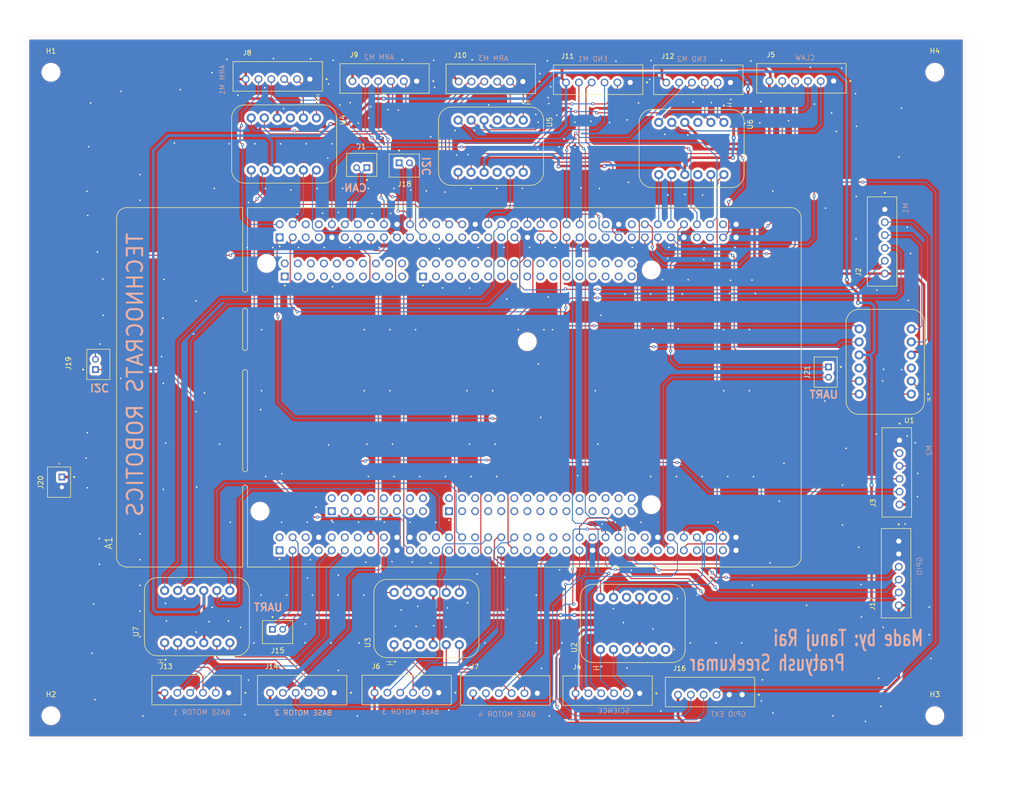
<source format=kicad_pcb>
(kicad_pcb (version 20241229) (generator "pcbnew") (generator_version "9.0")
  (layers (0 "F.Cu" signal) (2 "B.Cu" signal) (13 "F.Paste" user) (15 "B.Paste" user) (5 "F.SilkS" user "F.Silkscreen") (7 "B.SilkS" user "B.Silkscreen") (1 "F.Mask" user) (3 "B.Mask" user) (25 "Edge.Cuts" user))
  (net 0 "")
  (net 2 "/base_m4_pwm")
  (net 4 "I2C1_SDA")
  (net 8 "/claw_en1")
  (net 10 "/end_m2_gpio")
  (net 12 "/claw_en2")
  (net 17 "/base_m3_encoder2")
  (net 18 "/arm_m2_pwm")
  (net 19 "/+V")
  (net 24 "/base_m2_pwm")
  (net 26 "/base_m1_encoder2")
  (net 29 "/base_m1_gpio")
  (net 36 "/base_m1_pwm")
  (net 42 "/base_m2_encoder1")
  (net 43 "/science_pwm")
  (net 44 "/TX1")
  (net 45 "/end_m2_pwm")
  (net 48 "uart_rx_2")
  (net 51 "/base_m4_encoder1")
  (net 56 "/claw_pwm")
  (net 65 "/arm_m2_gpio")
  (net 67 "/I2C_SDA")
  (net 70 "/RX1")
  (net 85 "/end_m2_encoder")
  (net 87 "/arm_m1_gpio")
  (net 90 "/arm_m3_gpi")
  (net 94 "/arm_m2_encoder2")
  (net 103 "/science_encoder2")
  (net 106 "/base_m2_encoder2")
  (net 107 "/arm_m1_encoder2")
  (net 109 "/base_m3_gpio")
  (net 113 "I2C1_SCL")
  (net 114 "/end_m1_gpio")
  (net 116 "/base_m1_encoder")
  (net 118 "/claw_gpio")
  (net 119 "/base_m2_gpio")
  (net 120 "/arm_m3_pwm")
  (net 123 "/I2C_SCL")
  (net 128 "/end_m1_pwm")
  (net 130 "/end_m1_encoder")
  (net 139 "/base_m4_gpio")
  (net 144 "/arm_m3_encoder2")
  (net 154 "/arm_m1_encoder")
  (net 155 "uart_tx_2")
  (net 156 "/science_encoder1")
  (net 161 "/arm_m2_encoder1")
  (net 162 "/base_m3_pwm")
  (net 164 "/end_m2_encoder2")
  (net 168 "/end_m1_encoder2")
  (net 171 "/arm_m1_pwm")
  (net 174 "/base_m4_encoder2")
  (net 176 "/base_m3_encoder1")
  (net 183 "/arm_m3_encoder1")
  (net 185 "/science_gpio")
  (net 187 "GND")
  (net 189 "/en1")
  (net 190 "/en2")
  (net 191 "/pwm")
  (net 192 "/gpio")
  (net 193 "/pwm_2")
  (net 194 "/en_1")
  (net 195 "/gpio_2")
  (net 196 "/en_2")
  (net 201 "/base_m2_encoder2_stm")
  (net 204 "/CAN-")
  (net 205 "/CAN+")
  (net 216 "GPIO_EXT_3")
  (net 220 "/gpio_2_EXTRA")
  (net 221 "GPIO_14")
  (net 223 "GPIO_EXT_14")
  (net 224 "GPIO_EXT_2")
  (net 225 "GPIO_3")
  (net 226 "/base_m1_encoder_stm2")
  (net 227 "/+3.3V")
  (net 228 "/base_m1_encoder_stm")
  (net 229 "/base_m2_encoder1_stm")
  (net 230 "/base_m3_encoder1_stm")
  (net 231 "/base_m4_encoder2_stm")
  (net 232 "/base_m3_encoder2_stm")
  (net 233 "/base_m4_encoder1_stm")
  (net 234 "/arm_m2_encoder1_stm")
  (net 235 "/arm_m1_encoder_stm")
  (net 236 "/arm_m2_encoder2_stm")
  (net 237 "/arm_m1_encoder2_stm")
  (net 238 "/end_m1_encoder2_stm")
  (net 239 "/end_m1_encoder_stm")
  (net 240 "/arm_m3_encoder2_stm")
  (net 241 "/arm_m3_encoder1_stm")
  (net 242 "/claw_en2_stm")
  (net 243 "/end_m2_encoder2_stm")
  (net 244 "/end_m2_encoder_stm")
  (net 245 "/claw_en1_stm")
  (net 246 "/en1_stm")
  (net 247 "/en2_stm")
  (net 248 "/en_1_stm")
  (net 249 "/en_2_stm")
  (net 250 "/science_encoder1_stm")
  (net 251 "/science_encoder2_stm")
  (footprint "MountingHole:MountingHole_3.2mm_M3" (layer "F.Cu") (at 40.53 158.19)
    (property "Reference" "H2")
    (property "Value" "MountingHole")
  )
  (footprint "B6B-XH-A_LF__SN_:JST_B6B-XH-A_LF__SN_" (layer "F.Cu") (at 186.7 34.05)
    (property "Reference" "J5")
    (property "Value" "B6B-XH-A_LF__SN_")
  )
  (footprint "B6B-XH-A_LF__SN_:JST_B6B-XH-A_LF__SN_" (layer "F.Cu") (at 202.405 65.83 90)
    (property "Reference" "J2")
    (property "Value" "B6B-XH-A_LF__SN_")
  )
  (footprint "MountingHole:MountingHole_3.2mm_M3" (layer "F.Cu") (at 212.68 32.87)
    (property "Reference" "H4")
    (property "Value" "MountingHole")
  )
  (footprint "2pin jst:JST_B2B-PH-K-S" (layer "F.Cu") (at 109.35 51.05 180)
    (property "Reference" "J18")
    (property "Value" "B2B-PH-K-S")
  )
  (footprint "NUCLEO-F767ZI (1):ST_NUCLEO-F767ZI" (layer "F.Cu") (at 119.98 94.23 90)
    (property "Reference" "A1")
    (property "Value" "NUCLEO-F767ZI")
  )
  (footprint "757:MODULE_757" (layer "F.Cu") (at 126.2335 47.27 -90)
    (property "Reference" "U5")
    (property "Value" "757")
  )
  (footprint "B6B-XH-A_LF__SN_:JST_B6B-XH-A_LF__SN_" (layer "F.Cu") (at 126.1875 34.15)
    (property "Reference" "J10")
    (property "Value" "B6B-XH-A_LF__SN_")
  )
  (footprint "B6B-XH-A_LF__SN_:JST_B6B-XH-A_LF__SN_" (layer "F.Cu") (at 68.8875 153.2)
    (property "Reference" "J13")
    (property "Value" "B6B-XH-A_LF__SN_")
  )
  (footprint "2pin jst:JST_B2B-PH-K-S" (layer "F.Cu") (at 101.05 50.9)
    (property "Reference" "J1")
    (property "Value" "B2B-PH-K-S")
  )
  (footprint "B6B-XH-A_LF__SN_:JST_B6B-XH-A_LF__SN_" (layer "F.Cu") (at 205.27 110.8 90)
    (property "Reference" "J3")
    (property "Value" "B6B-XH-A_LF__SN_")
  )
  (footprint "757:MODULE_757_NEW" (layer "F.Cu") (at 113.65 139.2625 90)
    (property "Reference" "U3")
    (property "Value" "757")
  )
  (footprint "B6B-XH-A_LF__SN_:JST_B6B-XH-A_LF__SN_" (layer "F.Cu") (at 205.125 130.43 90)
    (property "Reference" "J17")
    (property "Value" "B6B-XH-A_LF__SN_")
  )
  (footprint "B6B-XH-A_LF__SN_:JST_B6B-XH-A_LF__SN_" (layer "F.Cu") (at 89.45 153.2)
    (property "Reference" "J14")
    (property "Value" "B6B-XH-A_LF__SN_")
  )
  (footprint "MountingHole:MountingHole_3.2mm_M3" (layer "F.Cu") (at 40.53 32.87)
    (property "Reference" "H1")
    (property "Value" "MountingHole")
  )
  (footprint "2pin jst:JST_B2B-PH-K-S" (layer "F.Cu") (at 191.42 91.26 90)
    (property "Reference" "J21")
    (property "Value" "B2B-PH-K-S")
  )
  (footprint "B6B-XH-A_LF__SN_:JST_B6B-XH-A_LF__SN_" (layer "F.Cu") (at 84.7 33.675)
    (property "Reference" "J8")
    (property "Value" "B6B-XH-A_LF__SN_")
  )
  (footprint "757:MODULE_757" (layer "F.Cu") (at 203.01 89.26 180)
    (property "Reference" "U1")
    (property "Value" "757")
  )
  (footprint "B6B-XH-A_LF__SN_:JST_B6B-XH-A_LF__SN_" (layer "F.Cu") (at 109.8 153.175)
    (property "Reference" "J6")
    (property "Value" "B6B-XH-A_LF__SN_")
  )
  (footprint "2pin jst:JST_B2B-PH-K-S" (layer "F.Cu") (at 84.66 141.91 180)
    (property "Reference" "J15")
    (property "Value" "B2B-PH-K-S")
  )
  (footprint "757:MODULE_757" (layer "F.Cu") (at 85.95 46.8375 -90)
    (property "Reference" "U4")
    (property "Value" "757")
  )
  (footprint "B6B-XH-A_LF__SN_:JST_B6B-XH-A_LF__SN_" (layer "F.Cu") (at 168.9 153.575)
    (property "Reference" "J16")
    (property "Value" "B6B-XH-A_LF__SN_")
  )
  (footprint "757:MODULE_757_NEW" (layer "F.Cu") (at 153.8365 140.21 90)
    (property "Reference" "U2")
    (property "Value" "757")
  )
  (footprint "B6B-XH-A_LF__SN_:JST_B6B-XH-A_LF__SN_" (layer "F.Cu") (at 105.5 34.075)
    (property "Reference" "J9")
    (property "Value" "B6B-XH-A_LF__SN_")
  )
  (footprint "B6B-XH-A_LF__SN_:JST_B6B-XH-A_LF__SN_" (layer "F.Cu") (at 147.1 34.325)
    (property "Reference" "J11")
    (property "Value" "B6B-XH-A_LF__SN_")
  )
  (footprint "2pin jst:JST_B2B-PH-K-S" (layer "F.Cu") (at 49.75 89.77 -90)
    (property "Reference" "J19")
    (property "Value" "B2B-PH-K-S")
  )
  (footprint "2pin jst:JST_B2B-PH-K-S" (layer "F.Cu") (at 42.1 112.7 90)
    (property "Reference" "J20")
    (property "Value" "B2B-PH-K-S")
  )
  (footprint "B6B-XH-A_LF__SN_:JST_B6B-XH-A_LF__SN_" (layer "F.Cu") (at 129 153.275)
    (property "Reference" "J7")
    (property "Value" "B6B-XH-A_LF__SN_")
  )
  (footprint "757:MODULE_757" (layer "F.Cu") (at 68.9565 138.89 90)
    (property "Reference" "U7")
    (property "Value" "757")
  )
  (footprint "757:MODULE_757" (layer "F.Cu") (at 165.31 47.71 -90)
    (property "Reference" "U6")
    (property "Value" "757")
  )
  (footprint "B6B-XH-A_LF__SN_:JST_B6B-XH-A_LF__SN_" (layer "F.Cu") (at 148.95 153.3)
    (property "Reference" "J4")
    (property "Value" "B6B-XH-A_LF__SN_")
  )
  (footprint "MountingHole:MountingHole_3.2mm_M3" (layer "F.Cu") (at 212.68 158.19)
    (property "Reference" "H3")
    (property "Value" "MountingHole")
  )
  (footprint "B6B-XH-A_LF__SN_:JST_B6B-XH-A_LF__SN_" (layer "F.Cu") (at 166.62 34.335)
    (property "Reference" "J12")
    (property "Value" "B6B-XH-A_LF__SN_")
  )
  (gr_line (start 41.88 109.1) (end 42.36 109.1) (stroke (width 0.1)) (layer "B.SilkS"))
  (gr_line (start 42.14 108.87) (end 42.14 109.36) (stroke (width 0.1)) (layer "B.SilkS"))
  (gr_rect (start 35.81 25.99) (end 218.6 162.69) (stroke (width 0.05)) (fill no) (layer "Edge.Cuts"))
  (gr_text "CLAW" (at 189.37 30.61 0) (layer "B.SilkS") (effects (font (size 1 1) (thickness 0.1)) (justify left bottom mirror)))
  (gr_text "BASE MOTOR 2" (at 95.35 158.2 0) (layer "B.SilkS") (effects (font (size 1 1)) (justify left bottom mirror)))
  (gr_text "BASE MOTOR 4\n" (at 135.05 158.5 0) (layer "B.SilkS") (effects (font (size 1 1) (thickness 0.1)) (justify left bottom mirror)))
  (gr_text "GPIO\n" (at 210.28 127.23 90) (layer "B.SilkS") (effects (font (size 1 1) (thickness 0.1)) (justify left bottom mirror)))
  (gr_text "ARM M1\n" (at 74.49 31.35 90) (layer "B.SilkS") (effects (font (size 1 1) (thickness 0.1)) (justify left bottom mirror)))
  (gr_text "BASE MOTOR 3\n" (at 116.25 158 0) (layer "B.SilkS") (effects (font (size 1 1) (thickness 0.1)) (justify left bottom mirror)))
  (gr_text "UART" (at 85.78 137.96 0) (layer "B.SilkS") (effects (font (size 1.5 1.5) (thickness 0.3) (bold yes)) (justify left bottom mirror)))
  (gr_text "M2\n" (at 212.14 105.41 90) (layer "B.SilkS") (effects (font (size 1 1) (thickness 0.1)) (justify left bottom mirror)))
  (gr_text "GPIO EXT\n" (at 175.97 158.49 0) (layer "B.SilkS") (effects (font (size 1 1) (thickness 0.1)) (justify left bottom mirror)))
  (gr_text "UART" (at 194 96.53 0) (layer "B.SilkS") (effects (font (size 1.5 1.5) (thickness 0.3) (bold yes)) (justify left bottom mirror)))
  (gr_text "ARM M3\n" (at 129.68 30.74 0) (layer "B.SilkS") (effects (font (size 1 1) (thickness 0.1)) (justify left bottom mirror)))
  (gr_text "SCIENCE\n" (at 153.38 157.83 0) (layer "B.SilkS") (effects (font (size 1 1) (thickness 0.1)) (justify left bottom mirror)))
  (gr_text "END M2\n" (at 168.3 30.86 0) (layer "B.SilkS") (effects (font (size 1 1) (thickness 0.1)) (justify left bottom mirror)))
  (gr_text "BASE MOTOR 1\n" (at 75.55 158.1 0) (layer "B.SilkS") (effects (font (size 1 1) (thickness 0.1)) (justify left bottom mirror)))
  (gr_text "TECHNOCRATS ROBOTICS" (at 58.68 63.87 90) (layer "B.SilkS") (effects (font (size 3 3) (thickness 0.4) (bold yes)) (justify left bottom mirror)))
  (gr_text "CAN" (at 102.21 56.27 0) (layer "B.SilkS") (effects (font (size 1.5 1.5) (thickness 0.3) (bold yes)) (justify left bottom mirror)))
  (gr_text "I2C" (at 47.98 93.42 180) (layer "B.SilkS") (effects (font (size 1.5 1.5) (thickness 0.3) (bold yes)) (justify left bottom mirror)))
  (gr_text "Made by: Tanuj Rai\n          Pratyush Sreekumar" (at 210.64 149.67 0) (layer "B.SilkS") (effects (font (size 3 2) (thickness 0.4) (bold yes)) (justify left bottom mirror)))
  (gr_text "M1\n" (at 207.6 58.22 90) (layer "B.SilkS") (effects (font (size 1 1) (thickness 0.1)) (justify left bottom mirror)))
  (gr_text "END M1\n" (at 149.02 30.84 0) (layer "B.SilkS") (effects (font (size 1 1) (thickness 0.1)) (justify left bottom mirror)))
  (gr_text "I2C" (at 114.58 49.15 90) (layer "B.SilkS") (effects (font (size 1.5 1.5) (thickness 0.3) (bold yes)) (justify left bottom mirror)))
  (gr_text "ARM M2\n" (at 107.42 30.53 0) (layer "B.SilkS") (effects (font (size 1 1) (thickness 0.1)) (justify left bottom mirror)))
  (segment (start 138.25 154.4) (end 138.25 136.84) (width 0.2) (layer "B.Cu") (net 2))
  (segment (start 126.05 155.6) (end 137.05 155.6) (width 0.2) (layer "B.Cu") (net 2))
  (segment (start 144.81 124.66) (end 146.02 123.45) (width 0.2) (layer "B.Cu") (net 2))
  (segment (start 144.81 130.28) (end 144.81 124.66) (width 0.2) (layer "B.Cu") (net 2))
  (segment (start 144.451 130.639) (end 144.81 130.28) (width 0.2) (layer "B.Cu") (net 2))
  (segment (start 125.25 154.8) (end 126.05 155.6) (width 0.2) (layer "B.Cu") (net 2))
  (segment (start 144.4339 130.639) (end 144.451 130.639) (width 0.2) (layer "B.Cu") (net 2))
  (segment (start 143.489 131.601) (end 143.489 131.5839) (width 0.2) (layer "B.Cu") (net 2))
  (segment (start 125.25 153.8) (end 125.25 154.8) (width 0.2) (layer "B.Cu") (net 2))
  (segment (start 143.489 131.5839) (end 144.4339 130.639) (width 0.2) (layer "B.Cu") (net 2))
  (segment (start 138.25 136.84) (end 143.489 131.601) (width 0.2) (layer "B.Cu") (net 2))
  (segment (start 137.05 155.6) (end 138.25 154.4) (width 0.2) (layer "B.Cu") (net 2))
  (segment (start 62.99 90.77) (end 49.2 90.77) (width 0.2) (layer "F.Cu") (net 4))
  (segment (start 91.74 119.52) (end 62.99 90.77) (width 0.2) (layer "F.Cu") (net 4))
  (segment (start 92.41 119.52) (end 91.74 119.52) (width 0.2) (layer "F.Cu") (net 4))
  (via (at 92.41 119.52) (size 0.6) (drill 0.3) (layers "F.Cu" "B.Cu") (net 4))
  (segment (start 109.19 120.3) (end 109.19 124.72) (width 0.2) (layer "B.Cu") (net 4))
  (segment (start 92.41 119.52) (end 108.41 119.52) (width 0.2) (layer "B.Cu") (net 4))
  (segment (start 108.41 119.52) (end 109.19 120.3) (width 0.2) (layer "B.Cu") (net 4))
  (segment (start 109.19 124.72) (end 110.45 125.98) (width 0.2) (layer "B.Cu") (net 4))
  (segment (start 161.2665 40.26) (end 187.05 40.26) (width 0.2) (layer "B.Cu") (net 8))
  (segment (start 187.05 40.26) (end 187.95 39.36) (width 0.2) (layer "B.Cu") (net 8))
  (segment (start 158.8965 42.63) (end 161.2665 40.26) (width 0.2) (layer "B.Cu") (net 8))
  (segment (start 187.95 39.36) (end 187.95 34.575) (width 0.2) (layer "B.Cu") (net 8))
  (segment (start 159.47 40.76) (end 146.82 40.76) (width 0.2) (layer "F.Cu") (net 10))
  (segment (start 141.25 40.52) (end 134.35 47.42) (width 0.2) (layer "F.Cu") (net 10))
  (segment (start 142.72 40.52) (end 141.25 40.52) (width 0.2) (layer "F.Cu") (net 10))
  (segment (start 134.35 47.42) (end 120.48 47.42) (width 0.2) (layer "F.Cu") (net 10))
  (segment (start 165.37 34.86) (end 159.47 40.76) (width 0.2) (layer "F.Cu") (net 10))
  (via (at 146.82 40.76) (size 0.6) (drill 0.3) (layers "F.Cu" "B.Cu") (net 10))
  (via (at 142.72 40.52) (size 0.6) (drill 0.3) (layers "F.Cu" "B.Cu") (net 10))
  (via (at 120.48 47.42) (size 0.6) (drill 0.3) (layers "F.Cu" "B.Cu") (net 10))
  (segment (start 99.13 47.42) (end 99.08 47.37) (width 0.2) (layer "B.Cu") (net 10))
  (segment (start 95.23 51.22) (end 95.23 62.48) (width 0.2) (layer "B.Cu") (net 10))
  (segment (start 120.48 47.42) (end 99.13 47.42) (width 0.2) (layer "B.Cu") (net 10))
  (segment (start 142.72 40.52) (end 146.58 40.52) (width 0.2) (layer "B.Cu") (net 10))
  (segment (start 99.08 47.37) (end 95.23 51.22) (width 0.2) (layer "B.Cu") (net 10))
  (segment (start 146.58 40.52) (end 146.82 40.76) (width 0.2) (layer "B.Cu") (net 10))
  (segment (start 190.45 34.575) (end 190.45 43.12) (width 0.2) (layer "B.Cu") (net 12))
  (segment (start 190.45 43.12) (end 189.29 44.28) (width 0.2) (layer "B.Cu") (net 12))
  (segment (start 163.0865 44.28) (end 161.4365 42.63) (width 0.2) (layer "B.Cu") (net 12))
  (segment (start 189.29 44.28) (end 163.0865 44.28) (width 0.2) (layer "B.Cu") (net 12))
  (segment (start 109.9035 144.3425) (end 109.9035 146.6535) (width 0.2) (layer "F.Cu") (net 17))
  (segment (start 109.75 144.496) (end 109.9035 144.3425) (width 0.2) (layer "F.Cu") (net 17))
  (segment (start 109.9035 146.6535) (end 113.55 150.3) (width 0.2) (layer "F.Cu") (net 17))
  (segment (start 113.55 150.3) (end 113.55 153.7) (width 0.2) (layer "F.Cu") (net 17))
  (segment (start 103.05 45.6) (end 104.85 47.4) (width 0.2) (layer "F.Cu") (net 18))
  (segment (start 104.85 47.4) (end 104.85 57.3) (width 0.2) (layer "F.Cu") (net 18))
  (via (at 104.85 57.3) (size 0.6) (drill 0.3) (layers "F.Cu" "B.Cu") (net 18))
  (via (at 103.05 45.6) (size 0.6) (drill 0.3) (layers "F.Cu" "B.Cu") (net 18))
  (segment (start 104.85 57.3) (end 105.4 57.85) (width 0.2) (layer "B.Cu") (net 18))
  (segment (start 105.4 57.85) (end 105.4 62.49) (width 0.2) (layer "B.Cu") (net 18))
  (segment (start 103.05 45.6) (end 101.75 44.3) (width 0.2) (layer "B.Cu") (net 18))
  (segment (start 101.75 44.3) (end 101.75 34.6) (width 0.2) (layer "B.Cu") (net 18))
  (segment (start 99.25 33.2) (end 100.35 32.1) (width 0.5) (layer "F.Cu") (net 19))
  (segment (start 210.85 88.08) (end 210.07 87.3) (width 0.5) (layer "F.Cu") (net 19))
  (segment (start 210.85 117.18) (end 210.85 88.08) (width 0.5) (layer "F.Cu") (net 19))
  (segment (start 79.42 37.99) (end 83.22 37.99) (width 0.5) (layer "F.Cu") (net 19))
  (segment (start 210.12 117.91) (end 209.26 117.05) (width 0.5) (layer "F.Cu") (net 19))
  (segment (start 210.57 74.22) (end 208.43 72.08) (width 0.5) (layer "F.Cu") (net 19))
  (segment (start 208.7165 87.3) (end 208.09 87.9265) (width 0.5) (layer "F.Cu") (net 19))
  (segment (start 210.12 117.91) (end 210.85 117.18) (width 0.5) (layer "F.Cu") (net 19))
  (segment (start 179.61 32.1) (end 180.64 33.13) (width 0.5) (layer "F.Cu") (net 19))
  (segment (start 122.75 158.96) (end 123.35 159.56) (width 0.5) (layer "F.Cu") (net 19))
  (segment (start 66.79 141.01) (end 69.46 141.01) (width 0.5) (layer "F.Cu") (net 19))
  (segment (start 69.46 141.01) (end 70.37 141.92) (width 0.5) (layer "F.Cu") (net 19))
  (segment (start 70.37 141.92) (end 70.37 143.56) (width 0.5) (layer "F.Cu") (net 19))
  (segment (start 83.2 158.65) (end 84.15 159.6) (width 0.5) (layer "F.Cu") (net 19))
  (segment (start 143.35 159.6) (end 123.35 159.6) (width 0.5) (layer "F.Cu") (net 19))
  (segment (start 140.05 32.1) (end 159.51 32.1) (width 0.5) (layer "F.Cu") (net 19))
  (segment (start 45.85 156.5) (end 47.75 158.4) (width 0.5) (layer "F.Cu") (net 19))
  (segment (start 100.35 32.1) (end 100.95 32.1) (width 0.5) (layer "F.Cu") (net 19))
  (segment (start 104.05 159.6) (end 103.55 159.1) (width 0.5) (layer "F.Cu") (net 19))
  (segment (start 180.45 34.575) (end 180.45 45.61) (width 0.5) (layer "F.Cu") (net 19))
  (segment (start 210.26 87.3) (end 210.57 86.99) (width 0.5) (layer "F.Cu") (net 19))
  (segment (start 79.15 32.1) (end 100.95 32.1) (width 0.5) (layer "F.Cu") (net 19))
  (segment (start 59.81 141.98) (end 60.77 141.02) (width 0.5) (layer "F.Cu") (net 19))
  (segment (start 123.35 159.56) (end 123.35 159.6) (width 0.5) (layer "F.Cu") (net 19))
  (segment (start 60.77 141.02) (end 66.78 141.02) (width 0.5) (layer "F.Cu") (net 19))
  (segment (start 118.85 32.1) (end 140.05 32.1) (width 0.5) (layer "F.Cu") (net 19))
  (segment (start 209.89 87.3) (end 208.7165 87.3) (width 0.5) (layer "F.Cu") (net 19))
  (segment (start 210.12 135.76) (end 210.12 117.91) (width 0.5) (layer "F.Cu") (net 19))
  (segment (start 45.85 112.5) (end 45.85 38.77) (width 0.5) (layer "F.Cu") (net 19))
  (segment (start 155.17 143.19) (end 155.17 145.29) (width 0.5) (layer "F.Cu") (net 19))
  (segment (start 163.85 159.6) (end 143.35 159.6) (width 0.5) (layer "F.Cu") (net 19))
  (segment (start 140.05 34.05) (end 140.85 34.85) (width 0.5) (layer "F.Cu") (net 19))
  (segment (start 84.25 159.6) (end 64.05 159.6) (width 0.5) (layer "F.Cu") (net 19))
  (segment (start 142.7 153.825) (end 142.7 142.99) (width 0.5) (layer "F.Cu") (net 19))
  (segment (start 84.15 159.6) (end 84.25 159.6) (width 0.5) (layer "F.Cu") (net 19))
  (segment (start 180.64 33.13) (end 180.64 34.385) (width 0.5) (layer "F.Cu") (net 19))
  (segment (start 159.51 34) (end 160.37 34.86) (width 0.5) (layer "F.Cu") (net 19))
  (segment (start 205.65 136.68) (end 209.2 136.68) (width 0.5) (layer "F.Cu") (net 19))
  (segment (start 209.2 136.68) (end 210.12 135.76) (width 0.5) (layer "F.Cu") (net 19))
  (segment (start 45.85 38.77) (end 50.42 34.2) (width 0.5) (layer "F.Cu") (net 19))
  (segment (start 83.2 153.725) (end 83.2 158.65) (width 0.5) (layer "F.Cu") (net 19))
  (segment (start 140.05 32.1) (end 140.05 34.05) (width 0.5) (layer "F.Cu") (net 19))
  (segment (start 84.6165 41.7575) (end 83.8975 41.7575) (width 0.5) (layer "F.Cu") (net 19))
  (segment (start 159.51 32.1) (end 179.61 32.1) (width 0.5) (layer "F.Cu") (net 19))
  (segment (start 45.85 132.5) (end 45.85 112.5) (width 0.5) (layer "F.Cu") (net 19))
  (segment (start 84.6165 39.3865) (end 84.6165 41.7575) (width 0.5) (layer "F.Cu") (net 19))
  (segment (start 123.35 159.6) (end 104.05 159.6) (width 0.5) (layer "F.Cu") (net 19))
  (segment (start 179.24 46.82) (end 176.76 46.82) (width 0.5) (layer "F.Cu") (net 19))
  (segment (start 180.64 34.385) (end 180.45 34.575) (width 0.5) (layer "F.Cu") (net 19))
  (segment (start 163.85 159.6) (end 196.88 159.6) (width 0.5) (layer "F.Cu") (net 19))
  (segment (start 64.05 159.6) (end 48.95 159.6) (width 0.5) (layer "F.Cu") (net 19))
  (segment (start 162.65 154.1) (end 162.65 158.4) (width 0.5) (layer "F.Cu") (net 19))
  (segment (start 180.45 45.61) (end 179.24 46.82) (width 0.5) (layer "F.Cu") (net 19))
  (segment (start 45.05 111.7) (end 42.65 111.7) (width 0.5) (layer "F.Cu") (net 19))
  (segment (start 50.42 34.2) (end 78.45 34.2) (width 0.5) (layer "F.Cu") (net 19))
  (segment (start 210.57 86.99) (end 210.57 74.22) (width 0.5) (layer "F.Cu") (net 19))
  (segment (start 104.05 159.6) (end 84.25 159.6) (width 0.5) (layer "F.Cu") (net 19))
  (segment (start 162.65 158.4) (end 163.85 159.6) (width 0.5) (layer "F.Cu") (net 19))
  (segment (start 64.05 159.6) (end 62.6375 158.1875) (width 0.5) (layer "F.Cu") (net 19))
  (segment (start 100.95 32.1) (end 118.85 32.1) (width 0.5) (layer "F.Cu") (net 19))
  (segment (start 60.935 153.725) (end 59.81 152.6) (width 0.5) (layer "F.Cu") (net 19))
  (segment (start 78.45 34.2) (end 78.45 32.8) (width 0.5) (layer "F.Cu") (net 19))
  (segment (start 118.85 33.5875) (end 118.85 32.1) (width 0.5) (layer "F.Cu") (net 19))
  (segment (start 62.6375 158.1875) (end 62.6375 153.725) (width 0.5) (layer "F.Cu") (net 19))
  (segment (start 177.56 48.2) (end 177.57 48.19) (width 0.5) (layer "F.Cu") (net 19))
  (segment (start 209.26 117.05) (end 205.795 117.05) (width 0.5) (layer "F.Cu") (net 19))
  (segment (start 209.89 87.3) (end 210.26 87.3) (width 0.5) (layer "F.Cu") (net 19))
  (segment (start 177.57 48.19) (end 177.57 47.63) (width 0.5) (layer "F.Cu") (net 19))
  (segment (start 142.7 142.99) (end 144.19 141.5) (width 0.5) (layer "F.Cu") (net 19))
  (segment (start 59.81 152.6) (end 59.81 141.98) (width 0.5) (layer "F.Cu") (net 19))
  (segment (start 168.1665 46.82) (end 163.9765 42.63) (width 0.5) (layer "F.Cu") (net 19))
  (segment (start 103.55 159.1) (end 103.55 153.7) (width 0.5) (layer "F.Cu") (net 19))
  (segment (start 78.45 32.8) (end 79.15 32.1) (width 0.5) (layer "F.Cu") (net 19))
  (segment (start 114.75 144.576) (end 114.9835 144.3425) (width 0.2) (layer "F.Cu") (net 19))
  (segment (start 153.48 141.5) (end 155.17 143.19) (width 0.5) (layer "F.Cu") (net 19))
  (segment (start 114.9835 143.2035) (end 114.9835 144.3425) (width 0.5) (layer "F.Cu") (net 19))
  (segment (start 196.88 159.6) (end 205.65 150.83) (width 0.5) (layer "F.Cu") (net 19))
  (segment (start 66.78 141.02) (end 66.79 141.01) (width 0.5) (layer "F.Cu") (net 19))
  (segment (start 62.6375 153.725) (end 60.935 153.725) (width 0.5) (layer "F.Cu") (net 19))
  (segment (start 78.45 34.2) (end 78.45 37.02) (width 0.5) (layer "F.Cu") (net 19))
  (segment (start 180.427925 72.08) (end 177.56 69.212075) (width 0.5) (layer "F.Cu") (net 19))
  (segment (start 83.22 37.99) (end 84.6165 39.3865) (width 0.5) (layer "F.Cu") (net 19))
  (segment (start 159.51 32.1) (end 159.51 34) (width 0.5) (layer "F.Cu") (net 19))
  (segment (start 205.65 150.83) (end 205.65 136.68) (width 0.5) (layer "F.Cu") (net 19))
  (segment (start 45.85 132.5) (end 45.85 156.5) (width 0.5) (layer "F.Cu") (net 19))
  (segment (start 142.7 153.825) (end 142.7 158.95) (width 0.5) (layer "F.Cu") (net 19))
  (segment (start 177.56 69.212075) (end 177.56 48.2) (width 0.5) (layer "F.Cu") (net 19))
  (segment (start 99.25 34.6) (end 99.25 33.2) (width 0.5) (layer "F.Cu") (net 19))
  (segment (start 119.9375 34.675) (end 118.85 33.5875) (width 0.5) (layer "F.Cu") (net 19))
  (segment (start 45.85 112.5) (end 45.05 111.7) (width 0.5) (layer "F.Cu") (net 19))
  (segment (start 122.75 153.8) (end 122.75 158.96) (width 0.5) (layer "F.Cu") (net 19))
  (segment (start 103.55 143.35) (end 104.61 142.29) (width 0.5) (layer "F.Cu") (net 19))
  (segment (start 103.55 153.7) (end 103.55 143.35) (width 0.5) (layer "F.Cu") (net 19))
  (segment (start 177.57 47.63) (end 176.76 46.82) (width 0.5) (layer "F.Cu") (net 19))
  (segment (start 202.93 72.08) (end 180.427925 72.08) (width 0.5) (layer "F.Cu") (net 19))
  (segment (start 78.45 37.02) (end 79.42 37.99) (width 0.5) (layer "F.Cu") (net 19))
  (segment (start 48.95 159.6) (end 47.75 158.4) (width 0.5) (layer "F.Cu") (net 19))
  (segment (start 114.07 142.29) (end 114.9835 143.2035) (width 0.5) (layer "F.Cu") (net 19))
  (segment (start 104.61 142.29) (end 114.07 142.29) (width 0.5) (layer "F.Cu") (net 19))
  (segment (start 210.07 87.3) (end 209.89 87.3) (width 0.5) (layer "F.Cu") (net 19))
  (segment (start 208.43 72.08) (end 202.93 72.08) (width 0.5) (layer "F.Cu") (net 19))
  (segment (start 144.19 141.5) (end 153.48 141.5) (width 0.5) (layer "F.Cu") (net 19))
  (segment (start 142.7 158.95) (end 143.35 159.6) (width 0.5) (layer "F.Cu") (net 19))
  (segment (start 176.76 46.82) (end 168.1665 46.82) (width 0.5) (layer "F.Cu") (net 19))
  (segment (start 139.44 44.63) (end 140.85 43.22) (width 0.5) (layer "B.Cu") (net 19))
  (segment (start 126.07 44.63) (end 139.44 44.63) (width 0.5) (layer "B.Cu") (net 19))
  (segment (start 140.85 43.22) (end 140.85 34.85) (width 0.5) (layer "B.Cu") (net 19))
  (segment (start 124.9 43.46) (end 126.07 44.63) (width 0.5) (layer "B.Cu") (net 19))
  (segment (start 124.9 42.19) (end 124.9 43.46) (width 0.5) (layer "B.Cu") (net 19))
  (segment (start 98.55 141.349943) (end 98.55 131.4) (width 0.2) (layer "B.Cu") (net 24))
  (segment (start 85.7 153.725) (end 86.174943 153.725) (width 0.2) (layer "B.Cu") (net 24))
  (segment (start 100.15 129.8) (end 104.45 129.8) (width 0.2) (layer "B.Cu") (net 24))
  (segment (start 105.38 128.87) (end 105.38 125.99) (width 0.2) (layer "B.Cu") (net 24))
  (segment (start 104.45 129.8) (end 105.38 128.87) (width 0.2) (layer "B.Cu") (net 24))
  (segment (start 98.55 131.4) (end 100.15 129.8) (width 0.2) (layer "B.Cu") (net 24))
  (segment (start 86.174943 153.725) (end 98.55 141.349943) (width 0.2) (layer "B.Cu") (net 24))
  (segment (start 72.6375 150.2975) (end 71.1 148.76) (width 0.2) (layer "F.Cu") (net 26))
  (segment (start 72.6375 153.725) (end 72.6375 150.2975) (width 0.2) (layer "F.Cu") (net 26))
  (segment (start 66.01 148.76) (end 65.21 147.96) (width 0.2) (layer "F.Cu") (net 26))
  (segment (start 65.9 143.56) (end 65.29 143.56) (width 0.2) (layer "F.Cu") (net 26))
  (segment (start 71.1 148.76) (end 66.01 148.76) (width 0.2) (layer "F.Cu") (net 26))
  (segment (start 65.21 147.96) (end 65.21 143.97) (width 0.2) (layer "F.Cu") (net 26))
  (segment (start 67.6375 153.725) (end 72.8625 148.5) (width 0.2) (layer "B.Cu") (net 29))
  (segment (start 94.15 142.7) (end 94.15 129.6) (width 0.2) (layer "B.Cu") (net 29))
  (segment (start 88.35 148.5) (end 94.15 142.7) (width 0.2) (layer "B.Cu") (net 29))
  (segment (start 72.8625 148.5) (end 88.35 148.5) (width 0.2) (layer "B.Cu") (net 29))
  (segment (start 94.15 129.6) (end 97.76 125.99) (width 0.2) (layer "B.Cu") (net 29))
  (segment (start 92.75 142.6) (end 88.15 147.2) (width 0.2) (layer "B.Cu") (net 36))
  (segment (start 88.15 147.2) (end 71.6625 147.2) (width 0.2) (layer "B.Cu") (net 36))
  (segment (start 71.6625 147.2) (end 65.1375 153.725) (width 0.2) (layer "B.Cu") (net 36))
  (segment (start 95.22 125.99) (end 92.75 128.46) (width 0.2) (layer "B.Cu") (net 36))
  (segment (start 92.75 128.46) (end 92.75 142.6) (width 0.2) (layer "B.Cu") (net 36))
  (segment (start 72.83 146.74) (end 73.45 147.36) (width 0.2) (layer "F.Cu") (net 42))
  (segment (start 84.335 147.36) (end 90.7 153.725) (width 0.2) (layer "F.Cu") (net 42))
  (segment (start 72.83 143.97) (end 72.83 146.74) (width 0.2) (layer "F.Cu") (net 42))
  (segment (start 73.45 147.36) (end 84.335 147.36) (width 0.2) (layer "F.Cu") (net 42))
  (segment (start 143.89 131.75) (end 144.6 131.04) (width 0.2) (layer "B.Cu") (net 43))
  (segment (start 162.55 124.74) (end 161.25 123.44) (width 0.2) (layer "B.Cu") (net 43))
  (segment (start 161.43 131.04) (end 162.55 129.92) (width 0.2) (layer "B.Cu") (net 43))
  (segment (start 145.2 153.825) (end 143.89 152.515) (width 0.2) (layer "B.Cu") (net 43))
  (segment (start 144.6 131.04) (end 161.43 131.04) (width 0.2) (layer "B.Cu") (net 43))
  (segment (start 162.55 129.92) (end 162.55 124.74) (width 0.2) (layer "B.Cu") (net 43))
  (segment (start 143.89 152.515) (end 143.89 131.75) (width 0.2) (layer "B.Cu") (net 43))
  (segment (start 87.59 125.98) (end 87.59 137.43) (width 0.2) (layer "B.Cu") (net 44))
  (segment (start 87.59 137.43) (end 83.66 141.36) (width 0.2) (layer "B.Cu") (net 44))
  (segment (start 142.75 44.73) (end 142.51 44.97) (width 0.2) (layer "F.Cu") (net 45))
  (segment (start 140.98 47.44) (end 140.98 48.03) (width 0.2) (layer "F.Cu") (net 45))
  (segment (start 142.51 45.91) (end 140.98 47.44) (width 0.2) (layer "F.Cu") (net 45))
  (segment (start 142.51 44.97) (end 142.51 45.91) (width 0.2) (layer "F.Cu") (net 45))
  (via (at 142.75 44.73) (size 0.6) (drill 0.3) (layers "F.Cu" "B.Cu") (net 45))
  (via (at 140.98 48.03) (size 0.6) (drill 0.3) (layers "F.Cu" "B.Cu") (net 45))
  (segment (start 140.98 49.33) (end 140.97 49.34) (width 0.2) (layer "B.Cu") (net 45))
  (segment (start 153.04 45.57) (end 162.87 35.74) (width 0.2) (layer "B.Cu") (net 45))
  (segment (start 142.75 44.73) (end 143.59 45.57) (width 0.2) (layer "B.Cu") (net 45))
  (segment (start 140.97 49.34) (end 140.97 62.46) (width 0.2) (layer "B.Cu") (net 45))
  (segment (start 140.97 62.46) (end 140.95 62.48) (width 0.2) (layer "B.Cu") (net 45))
  (segment (start 140.98 48.03) (end 140.98 49.33) (width 0.2) (layer "B.Cu") (net 45))
  (segment (start 162.87 35.74) (end 162.87 34.86) (width 0.2) (layer "B.Cu") (net 45))
  (segment (start 143.59 45.57) (end 153.04 45.57) (width 0.2) (layer "B.Cu") (net 45))
  (segment (start 161.22 87.16) (end 161.22 70.24) (width 0.2) (layer "F.Cu") (net 48))
  (segment (start 162.62 63.67) (end 163.81 62.48) (width 0.2) (layer "F.Cu") (net 48))
  (segment (start 162.62 68.84) (end 162.62 63.67) (width 0.2) (layer "F.Cu") (net 48))
  (segment (start 161.22 70.24) (end 162.62 68.84) (width 0.2) (layer "F.Cu") (net 48))
  (via (at 161.22 87.16) (size 0.6) (drill 0.3) (layers "F.Cu" "B.Cu") (net 48))
  (segment (start 191.97 90.26) (end 162.58 90.26) (width 0.2) (layer "B.Cu") (net 48))
  (segment (start 162.58 90.26) (end 161.22 88.9) (width 0.2) (layer "B.Cu") (net 48))
  (segment (start 161.22 88.9) (end 161.22 87.16) (width 0.2) (layer "B.Cu") (net 48))
  (segment (start 117.5235 149.3035) (end 117.92 149.7) (width 0.2) (layer "F.Cu") (net 51))
  (segment (start 126.15 149.7) (end 117.92 149.7) (width 0.2) (layer "F.Cu") (net 51))
  (segment (start 130.25 153.8) (end 126.15 149.7) (width 0.2) (layer "F.Cu") (net 51))
  (segment (start 117.5235 144.3425) (end 117.5235 149.3035) (width 0.2) (layer "F.Cu") (net 51))
  (segment (start 147.2 60.95) (end 146.76 60.51) (width 0.2) (layer "F.Cu") (net 56))
  (segment (start 182.95 59.97) (end 182.95 34.575) (width 0.2) (layer "F.Cu") (net 56))
  (segment (start 143.52 61.04) (end 143.52 62.45) (width 0.2) (layer "F.Cu") (net 56))
  (segment (start 180.19 62.75) (end 180.75 62.19) (width 0.2) (layer "F.Cu") (net 56))
  (segment (start 146.76 60.51) (end 144.05 60.51) (width 0.2) (layer "F.Cu") (net 56))
  (segment (start 180.75 62.17) (end 182.95 59.97) (width 0.2) (layer "F.Cu") (net 56))
  (segment (start 144.05 60.51) (end 143.52 61.04) (width 0.2) (layer "F.Cu") (net 56))
  (segment (start 180.75 62.19) (end 180.75 62.17) (width 0.2) (layer "F.Cu") (net 56))
  (segment (start 143.52 62.45) (end 143.49 62.48) (width 0.2) (layer "F.Cu") (net 56))
  (via (at 147.2 60.95) (size 0.6) (drill 0.3) (layers "F.Cu" "B.Cu") (net 56))
  (via (at 180.19 62.75) (size 0.6) (drill 0.3) (layers "F.Cu" "B.Cu") (net 56))
  (segment (start 180.19 62.75) (end 178.986 63.954) (width 0.2) (layer "B.Cu") (net 56))
  (segment (start 178.986 63.954) (end 147.954 63.954) (width 0.2) (layer "B.Cu") (net 56))
  (segment (start 147.28 61.03) (end 147.2 60.95) (width 0.2) (layer "B.Cu") (net 56))
  (segment (start 147.28 63.28) (end 147.28 61.03) (width 0.2) (layer "B.Cu") (net 56))
  (segment (start 147.954 63.954) (end 147.28 63.28) (width 0.2) (layer "B.Cu") (net 56))
  (segment (start 106.15 56.5) (end 106.75 57.1) (width 0.2) (layer "F.Cu") (net 65))
  (segment (start 110.48 60.93) (end 110.48 62.49) (width 0.2) (layer "F.Cu") (net 65))
  (segment (start 106.75 57.1) (end 107.05 57.1) (width 0.2) (layer "F.Cu") (net 65))
  (segment (start 109.45 59.9) (end 110.48 60.93) (width 0.2) (layer "F.Cu") (net 65))
  (segment (start 106.15 45.95) (end 106.15 56.5) (width 0.2) (layer "F.Cu") (net 65))
  (segment (start 108.15 59.9) (end 109.45 59.9) (width 0.2) (layer "F.Cu") (net 65))
  (via (at 108.15 59.9) (size 0.6) (drill 0.3) (layers "F.Cu" "B.Cu") (net 65))
  (via (at 106.15 45.95) (size 0.6) (drill 0.3) (layers "F.Cu" "B.Cu") (net 65))
  (via (at 107.05 57.1) (size 0.6) (drill 0.3) (layers "F.Cu" "B.Cu") (net 65))
  (segment (start 106.15 45.95) (end 106.15 45.8) (width 0.2) (layer "B.Cu") (net 65))
  (segment (start 107.75 57.1) (end 108.15 57.5) (width 0.2) (layer "B.Cu") (net 65))
  (segment (start 108.15 57.5) (end 108.15 59.9) (width 0.2) (layer "B.Cu") (net 65))
  (segment (start 106.15 45.8) (end 104.25 43.9) (width 0.2) (layer "B.Cu") (net 65))
  (segment (start 104.25 43.9) (end 104.25 34.6) (width 0.2) (layer "B.Cu") (net 65))
  (segment (start 107.05 57.1) (end 107.75 57.1) (width 0.2) (layer "B.Cu") (net 65))
  (segment (start 108.35 50.5) (end 109.14 51.29) (width 0.2) (layer "B.Cu") (net 67))
  (segment (start 109.14 63.69) (end 110.48 65.03) (width 0.2) (layer "B.Cu") (net 67))
  (segment (start 109.14 51.29) (end 109.14 63.69) (width 0.2) (layer "B.Cu") (net 67))
  (segment (start 88.656 138.364) (end 88.656 124.506) (width 0.2) (layer "B.Cu") (net 70))
  (segment (start 85.66 141.36) (end 88.656 138.364) (width 0.2) (layer "B.Cu") (net 70))
  (segment (start 88.656 124.506) (end 87.59 123.44) (width 0.2) (layer "B.Cu") (net 70))
  (segment (start 167.87 41.4435) (end 169.0565 42.63) (width 0.2) (layer "F.Cu") (net 85))
  (segment (start 167.87 34.86) (end 167.87 41.4435) (width 0.2) (layer "F.Cu") (net 85))
  (segment (start 83.45 37.7) (end 84.05 38.3) (width 0.2) (layer "B.Cu") (net 87))
  (segment (start 169.07 62.32) (end 168.9 62.49) (width 0.2) (layer "B.Cu") (net 87))
  (segment (start 84.05 38.3) (end 93.85 38.3) (width 0.2) (layer "B.Cu") (net 87))
  (segment (start 83.45 34.2) (end 83.45 37.7) (width 0.2) (layer "B.Cu") (net 87))
  (segment (start 170.2465 61.1235) (end 168.89 62.48) (width 0.2) (layer "B.Cu") (net 87))
  (segment (start 93.85 38.3) (end 102.15 46.6) (width 0.2) (layer "B.Cu") (net 87))
  (segment (start 170.2465 49.4165) (end 170.2465 61.1235) (width 0.2) (layer "B.Cu") (net 87))
  (segment (start 167.43 46.6) (end 170.2465 49.4165) (width 0.2) (layer "B.Cu") (net 87))
  (segment (start 102.15 46.6) (end 167.43 46.6) (width 0.2) (layer "B.Cu") (net 87))
  (segment (start 120.14 62.49) (end 120.64 62.49) (width 0.2) (layer "F.Cu") (net 90))
  (segment (start 118.1 60.45) (end 120.14 62.49) (width 0.2) (layer "F.Cu") (net 90))
  (segment (start 124.9375 34.675) (end 124.425 34.675) (width 0.2) (layer "F.Cu") (net 90))
  (segment (start 118.1 41) (end 118.1 60.45) (width 0.2) (layer "F.Cu") (net 90))
  (segment (start 124.425 34.675) (end 118.1 41) (width 0.2) (layer "F.Cu") (net 90))
  (segment (start 106.87 44.88) (end 83.17 44.88) (width 0.2) (layer "F.Cu") (net 94))
  (segment (start 109.25 34.6) (end 109.65 35) (width 0.2) (layer "F.Cu") (net 94))
  (segment (start 82.0765 43.7865) (end 82.0765 41.7575) (width 0.2) (layer "F.Cu") (net 94))
  (segment (start 83.17 44.88) (end 82.0765 43.7865) (width 0.2) (layer "F.Cu") (net 94))
  (segment (start 109.65 42.1) (end 106.87 44.88) (width 0.2) (layer "F.Cu") (net 94))
  (segment (start 109.65 35) (end 109.65 42.1) (width 0.2) (layer "F.Cu") (net 94))
  (segment (start 150.09 145.29) (end 150.09 150.52) (width 0.2) (layer "B.Cu") (net 103))
  (segment (start 150.09 150.52) (end 152.7 153.13) (width 0.2) (layer "B.Cu") (net 103))
  (segment (start 152.63 153.755) (end 152.7 153.825) (width 0.2) (layer "B.Cu") (net 103))
  (segment (start 152.7 153.13) (end 152.7 153.825) (width 0.2) (layer "B.Cu") (net 103))
  (segment (start 76.53 146.74) (end 75.37 145.58) (width 0.2) (layer "F.Cu") (net 106))
  (segment (start 93.2 153.725) (end 86.215 146.74) (width 0.2) (layer "F.Cu") (net 106))
  (segment (start 75.37 145.58) (end 75.37 143.97) (width 0.2) (layer "F.Cu") (net 106))
  (segment (start 86.215 146.74) (end 76.53 146.74) (width 0.2) (layer "F.Cu") (net 106))
  (segment (start 88.45 34.2) (end 88.45 34.24) (width 0.2) (layer "F.Cu") (net 107))
  (segment (start 88.45 34.24) (end 92.2365 38.0265) (width 0.2) (layer "F.Cu") (net 107))
  (segment (start 92.2365 38.0265) (end 92.2365 41.7575) (width 0.2) (layer "F.Cu") (net 107))
  (segment (start 88.15 34.5) (end 88.45 34.2) (width 0.2) (layer "F.Cu") (net 107))
  (segment (start 128.196448 124.506) (end 129.704 124.506) (width 0.2) (layer "B.Cu") (net 109))
  (segment (start 126.78 125.922448) (end 128.196448 124.506) (width 0.2) (layer "B.Cu") (net 109))
  (segment (start 119.569 147.901) (end 126.78 140.69) (width 0.2) (layer "B.Cu") (net 109))
  (segment (start 129.704 124.506) (end 130.77 123.44) (width 0.2) (layer "B.Cu") (net 109))
  (segment (start 114.349 147.901) (end 119.569 147.901) (width 0.2) (layer "B.Cu") (net 109))
  (segment (start 108.55 153.7) (end 114.349 147.901) (width 0.2) (layer "B.Cu") (net 109))
  (segment (start 126.78 140.69) (end 126.78 125.922448) (width 0.2) (layer "B.Cu") (net 109))
  (segment (start 75.51 68.51) (end 53.43 68.51) (width 0.2) (layer "F.Cu") (net 113))
  (segment (start 53.43 68.51) (end 49.2 72.74) (width 0.2) (layer "F.Cu") (net 113))
  (segment (start 49.2 72.74) (end 49.2 88.77) (width 0.2) (layer "F.Cu") (net 113))
  (via (at 75.51 68.51) (size 0.6) (drill 0.3) (layers "F.Cu" "B.Cu") (net 113))
  (segment (start 75.51 68.51) (end 75.87 68.15) (width 0.2) (layer "B.Cu") (net 113))
  (segment (start 75.87 68.15) (end 104.43 68.15) (width 0.2) (layer "B.Cu") (net 113))
  (segment (start 104.43 68.15) (end 105.46 67.12) (width 0.2) (layer "B.Cu") (net 113))
  (segment (start 105.46 67.12) (end 105.39 67.05) (width 0.2) (layer "B.Cu") (net 113))
  (segment (start 105.39 67.05) (end 105.39 65.02) (width 0.2) (layer "B.Cu") (net 113))
  (segment (start 144.719971 35.980029) (end 144.719971 46.389971) (width 0.2) (layer "F.Cu") (net 114))
  (segment (start 164.53 47.59) (end 164.72 47.78) (width 0.2) (layer "F.Cu") (net 114))
  (segment (start 145.85 34.85) (end 144.719971 35.980029) (width 0.2) (layer "F.Cu") (net 114))
  (segment (start 144.719971 46.389971) (end 145.92 47.59) (width 0.2) (layer "F.Cu") (net 114))
  (segment (start 145.92 47.59) (end 164.53 47.59) (width 0.2) (layer "F.Cu") (net 114))
  (via (at 164.72 47.78) (size 0.6) (drill 0.3) (layers "F.Cu" "B.Cu") (net 114))
  (segment (start 165.1665 48.2265) (end 165.1665 59.0065) (width 0.2) (layer "B.Cu") (net 114))
  (segment (start 166.599369 62.250631) (end 166.36 62.49) (width 0.2) (layer "B.Cu") (net 114))
  (segment (start 164.72 47.78) (end 165.1665 48.2265) (width 0.2) (layer "B.Cu") (net 114))
  (segment (start 166.35 60.19) (end 166.35 62.48) (width 0.2) (layer "B.Cu") (net 114))
  (segment (start 165.1665 59.0065) (end 166.35 60.19) (width 0.2) (layer "B.Cu") (net 114))
  (segment (start 62.67 148.17) (end 62.67 143.97) (width 0.2) (layer "F.Cu") (net 116))
  (segment (start 70.1375 153.725) (end 70.1375 150.4775) (width 0.2) (layer "F.Cu") (net 116))
  (segment (start 63.22 143.56) (end 62.75 143.56) (width 0.2) (layer "F.Cu") (net 116))
  (segment (start 69.16 149.5) (end 64.06 149.5) (width 0.2) (layer "F.Cu") (net 116))
  (segment (start 64.06 149.5) (end 62.7 148.14) (width 0.2) (layer "F.Cu") (net 116))
  (segment (start 62.7 148.14) (end 62.67 148.17) (width 0.2) (layer "F.Cu") (net 116))
  (segment (start 70.1375 150.4775) (end 69.16 149.5) (width 0.2) (layer "F.Cu") (net 116))
  (segment (start 156.91 62.48) (end 156.19 62.48) (width 0.2) (layer "F.Cu") (net 118))
  (segment (start 157.66 66.88) (end 157.66 63.23) (width 0.2) (layer "F.Cu") (net 118))
  (segment (start 179.91 68.2) (end 183.83 68.2) (width 0.2) (layer "F.Cu") (net 118))
  (segment (start 157.66 63.23) (end 156.91 62.48) (width 0.2) (layer "F.Cu") (net 118))
  (segment (start 183.83 68.2) (end 185.45 66.58) (width 0.2) (layer "F.Cu") (net 118))
  (segment (start 185.45 66.58) (end 185.45 34.575) (width 0.2) (layer "F.Cu") (net 118))
  (via (at 157.66 66.88) (size 0.6) (drill 0.3) (layers "F.Cu" "B.Cu") (net 118))
  (via (at 179.91 68.2) (size 0.6) (drill 0.3) (layers "F.Cu" "B.Cu") (net 118))
  (segment (start 159.79 70.47) (end 157.66 68.34) (width 0.2) (layer "B.Cu") (net 118))
  (segment (start 174.5 70.47) (end 159.79 70.47) (width 0.2) (layer "B.Cu") (net 118))
  (segment (start 157.66 68.34) (end 157.66 66.88) (width 0.2) (layer "B.Cu") (net 118))
  (segment (start 179.91 68.2) (end 176.77 68.2) (width 0.2) (layer "B.Cu") (net 118))
  (segment (start 176.77 68.2) (end 174.5 70.47) (width 0.2) (layer "B.Cu") (net 118))
  (segment (start 128.23 142.26) (end 128.23 125.98) (width 0.2) (layer "B.Cu") (net 119))
  (segment (start 88.68 156.57) (end 88.761 156.489) (width 0.2) (layer "B.Cu") (net 119))
  (segment (start 120.28 155.39) (end 120.28 150.21) (width 0.2) (layer "B.Cu") (net 119))
  (segment (start 88.2 153.725) (end 88.2 156.09) (width 0.2) (layer "B.Cu") (net 119))
  (segment (start 120.28 150.21) (end 128.23 142.26) (width 0.2) (layer "B.Cu") (net 119))
  (segment (start 88.2 156.09) (end 88.68 156.57) (width 0.2) (layer "B.Cu") (net 119))
  (segment (start 88.761 156.489) (end 119.181 156.489) (width 0.2) (layer "B.Cu") (net 119))
  (segment (start 119.181 156.489) (end 120.28 155.39) (width 0.2) (layer "B.Cu") (net 119))
  (segment (start 122.4375 34.675) (end 121.975 34.675) (width 0.2) (layer "F.Cu") (net 120))
  (segment (start 116.65 61.04) (end 118.1 62.49) (width 0.2) (layer "F.Cu") (net 120))
  (segment (start 116.65 40) (end 116.65 61.04) (width 0.2) (layer "F.Cu") (net 120))
  (segment (start 121.975 34.675) (end 116.65 40) (width 0.2) (layer "F.Cu") (net 120))
  (segment (start 111.546 63.556) (end 113.02 65.03) (width 0.2) (layer "B.Cu") (net 123))
  (segment (start 110.35 50.5) (end 111.546 51.696) (width 0.2) (layer "B.Cu") (net 123))
  (segment (start 111.546 51.696) (end 111.546 63.556) (width 0.2) (layer "B.Cu") (net 123))
  (segment (start 143.35 46.8) (end 144.25 47.7) (width 0.2) (layer "F.Cu") (net 128))
  (segment (start 143.35 34.85) (end 143.35 46.8) (width 0.2) (layer "F.Cu") (net 128))
  (via (at 144.25 47.7) (size 0.6) (drill 0.3) (layers "F.Cu" "B.Cu") (net 128))
  (segment (start 144.6 48.05) (end 144.6 118.62) (width 0.2) (layer "B.Cu") (net 128))
  (segment (start 144.25 47.7) (end 144.6 48.05) (width 0.2) (layer "B.Cu") (net 128))
  (segment (start 144.6 118.62) (end 145.58 119.6) (width 0.2) (layer "B.Cu") (net 128))
  (segment (start 151.1 122.11) (end 151.1 123.45) (width 0.2) (layer "B.Cu") (net 128))
  (segment (start 145.58 119.6) (end 148.59 119.6) (width 0.2) (layer "B.Cu") (net 128))
  (segment (start 148.59 119.6) (end 151.1 122.11) (width 0.2) (layer "B.Cu") (net 128))
  (segment (start 141.400057 44.05) (end 146.8 44.05) (width 0.2) (layer "B.Cu") (net 130))
  (segment (start 139.680057 45.77) (end 141.400057 44.05) (width 0.2) (layer "B.Cu") (net 130))
  (segment (start 148.35 42.5) (end 148.35 34.85) (width 0.2) (layer "B.Cu") (net 130))
  (segment (start 123.4 45.77) (end 139.680057 45.77) (width 0.2) (layer "B.Cu") (net 130))
  (segment (start 146.8 44.05) (end 148.35 42.5) (width 0.2) (layer "B.Cu") (net 130))
  (segment (start 119.82 42.19) (end 123.4 45.77) (width 0.2) (layer "B.Cu") (net 130))
  (segment (start 135.95 128.44) (end 138.4 125.99) (width 0.2) (layer "B.Cu") (net 139))
  (segment (start 127.75 153.8) (end 128.05 153.8) (width 0.2) (layer "B.Cu") (net 139))
  (segment (start 128.05 153.8) (end 135.95 145.9) (width 0.2) (layer "B.Cu") (net 139))
  (segment (start 135.95 145.9) (end 135.95 128.44) (width 0.2) (layer "B.Cu") (net 139))
  (segment (start 132.52 37.2575) (end 132.52 42.19) (width 0.2) (layer "F.Cu") (net 144))
  (segment (start 129.9375 34.675) (end 132.52 37.2575) (width 0.2) (layer "F.Cu") (net 144))
  (segment (start 85.95 34.2) (end 86.02 34.2) (width 0.2) (layer "F.Cu") (net 154))
  (segment (start 86.02 34.2) (end 89.6965 37.8765) (width 0.2) (layer "F.Cu") (net 154))
  (segment (start 85.85 34.3) (end 85.95 34.2) (width 0.2) (layer "F.Cu") (net 154))
  (segment (start 89.6965 37.8765) (end 89.6965 41.7575) (width 0.2) (layer "F.Cu") (net 154))
  (segment (start 159.776 124.506) (end 161.25 125.98) (width 0.2) (layer "B.Cu") (net 155))
  (segment (start 191.97 92.26) (end 161.38 92.26) (width 0.2) (layer "B.Cu") (net 155))
  (segment (start 161.38 92.26) (end 159.776 93.864) (width 0.2) (layer "B.Cu") (net 155))
  (segment (start 159.776 93.864) (end 159.776 124.506) (width 0.2) (layer "B.Cu") (net 155))
  (segment (start 147.58 145.26) (end 147.55 145.29) (width 0.5) (layer "F.Cu") (net 156))
  (segment (start 147.55 151.13) (end 147.55 145.29) (width 0.2) (layer "B.Cu") (net 156))
  (segment (start 150.2 153.78) (end 147.55 151.13) (width 0.2) (layer "B.Cu") (net 156))
  (segment (start 150.2 153.825) (end 150.2 153.78) (width 0.2) (layer "B.Cu") (net 156))
  (segment (start 107.05 42.3) (end 107.05 34.9) (width 0.2) (layer "F.Cu") (net 161))
  (segment (start 87.97 44.28) (end 88.07 44.38) (width 0.2) (layer "F.Cu") (net 161))
  (segment (start 88.07 44.38) (end 104.97 44.38) (width 0.2) (layer "F.Cu") (net 161))
  (segment (start 104.97 44.38) (end 107.05 42.3) (width 0.2) (layer "F.Cu") (net 161))
  (segment (start 107.05 34.9) (end 106.75 34.6) (width 0.2) (layer "F.Cu") (net 161))
  (via (at 87.97 44.28) (size 0.6) (drill 0.3) (layers "F.Cu" "B.Cu") (net 161))
  (segment (start 79.5365 43.5865) (end 79.5365 41.7575) (width 0.2) (layer "B.Cu") (net 161))
  (segment (start 87.949 44.301) (end 80.251 44.301) (width 0.2) (layer "B.Cu") (net 161))
  (segment (start 87.97 44.28) (end 87.949 44.301) (width 0.2) (layer "B.Cu") (net 161))
  (segment (start 80.251 44.301) (end 79.5365 43.5865) (width 0.2) (layer "B.Cu") (net 161))
  (segment (start 116.26 146.79) (end 116.26 130.89) (width 0.2) (layer "B.Cu") (net 162))
  (segment (start 116.26 130.89) (end 116.75 130.4) (width 0.2) (layer "B.Cu") (net 162))
  (segment (start 124.45 124.7) (end 125.7 123.45) (width 0.2) (layer "B.Cu") (net 162))
  (segment (start 112.25 147.5) (end 115.55 147.5) (width 0.2) (layer "B.Cu") (net 162))
  (segment (start 116.75 130.4) (end 116.75 125.4) (width 0.2) (layer "B.Cu") (net 162))
  (segment (start 117.45 124.7) (end 124.45 124.7) (width 0.2) (layer "B.Cu") (net 162))
  (segment (start 116.75 125.4) (end 117.45 124.7) (width 0.2) (layer "B.Cu") (net 162))
  (segment (start 115.55 147.5) (end 116.26 146.79) (width 0.2) (layer "B.Cu") (net 162))
  (segment (start 106.05 153.7) (end 112.25 147.5) (width 0.2) (layer "B.Cu") (net 162))
  (segment (start 170.37 41.4035) (end 171.5965 42.63) (width 0.2) (layer "F.Cu") (net 164))
  (segment (start 170.37 34.86) (end 170.37 41.4035) (width 0.2) (layer "F.Cu") (net 164))
  (segment (start 139.92 39.01) (end 142 39.01) (width 0.2) (layer "F.Cu") (net 168))
  (segment (start 124.24 44.07) (end 133.87 44.07) (width 0.2) (layer "F.Cu") (net 168))
  (segment (start 133.87 44.07) (end 134.86 44.07) (width 0.2) (layer "F.Cu") (net 168))
  (segment (start 122.36 42.19) (end 124.24 44.07) (width 0.2) (layer "F.Cu") (net 168))
  (segment (start 134.86 44.07) (end 139.61 39.32) (width 0.2) (layer "F.Cu") (net 168))
  (segment (start 139.61 39.32) (end 139.92 39.01) (width 0.2) (layer "F.Cu") (net 168))
  (segment (start 150.85 36.87) (end 150.85 34.85) (width 0.2) (layer "F.Cu") (net 168))
  (segment (start 146.03 38.99) (end 146.07 39.03) (width 0.2) (layer "F.Cu") (net 168))
  (segment (start 146.07 39.03) (end 148.69 39.03) (width 0.2) (layer "F.Cu") (net 168))
  (segment (start 148.69 39.03) (end 150.85 36.87) (width 0.2) (layer "F.Cu") (net 168))
  (via (at 142 39.01) (size 0.6) (drill 0.3) (layers "F.Cu" "B.Cu") (net 168))
  (via (at 146.03 38.99) (size 0.6) (drill 0.3) (layers "F.Cu" "B.Cu") (net 168))
  (segment (start 146 39.02) (end 146.03 38.99) (width 0.2) (layer "B.Cu") (net 168))
  (segment (start 142 39.01) (end 142.01 39.02) (width 0.2) (layer "B.Cu") (net 168))
  (segment (start 142.01 39.02) (end 145.76 39.02) (width 0.2) (layer "B.Cu") (net 168))
  (segment (start 145.76 39.02) (end 146 39.02) (width 0.2) (layer "B.Cu") (net 168))
  (segment (start 77.65 43.3) (end 77.37 43.58) (width 0.2) (layer "F.Cu") (net 171))
  (segment (start 77.37 43.58) (end 77.37 46.52) (width 0.2) (layer "F.Cu") (net 171))
  (segment (start 77.37 46.52) (end 77.85 47) (width 0.2) (layer "F.Cu") (net 171))
  (via (at 77.65 43.3) (size 0.6) (drill 0.3) (layers "F.Cu" "B.Cu") (net 171))
  (via (at 77.85 47) (size 0.6) (drill 0.3) (layers "F.Cu" "B.Cu") (net 171))
  (segment (start 77.65 43.3) (end 77.65 40.7) (width 0.2) (layer "B.Cu") (net 171))
  (segment (start 80.95 37.4) (end 80.95 34.2) (width 0.2) (layer "B.Cu") (net 171))
  (segment (start 77.85 47) (end 77.85 61.1) (width 0.2) (layer "B.Cu") (net 171))
  (segment (start 77.85 61.1) (end 79.24 62.49) (width 0.2) (layer "B.Cu") (net 171))
  (segment (start 79.24 62.49) (end 85.08 62.49) (width 0.2) (layer "B.Cu") (net 171))
  (segment (start 77.65 40.7) (end 80.95 37.4) (width 0.2) (layer "B.Cu") (net 171))
  (segment (start 129.95 149.1) (end 132.75 151.9) (width 0.2) (layer "F.Cu") (net 174))
  (segment (start 120.0635 148.6035) (end 120.56 149.1) (width 0.2) (layer "F.Cu") (net 174))
  (segment (start 132.75 151.9) (end 132.75 153.8) (width 0.2) (layer "F.Cu") (net 174))
  (segment (start 120.56 149.1) (end 129.95 149.1) (width 0.2) (layer "F.Cu") (net 174))
  (segment (start 120.0635 144.3425) (end 120.0635 148.6035) (width 0.2) (layer "F.Cu") (net 174))
  (segment (start 107.3635 144.3425) (end 107.3635 146.7135) (width 0.2) (layer "F.Cu") (net 176))
  (segment (start 107.3635 146.7135) (end 111.05 150.4) (width 0.2) (layer "F.Cu") (net 176))
  (segment (start 111.05 150.4) (end 111.05 153.7) (width 0.2) (layer "F.Cu") (net 176))
  (segment (start 129.9375 42.1475) (end 129.98 42.19) (width 0.2) (layer "F.Cu") (net 183))
  (segment (start 127.4375 34.675) (end 129.98 37.2175) (width 0.2) (layer "F.Cu") (net 183))
  (segment (start 129.98 37.2175) (end 129.98 42.19) (width 0.2) (layer "F.Cu") (net 183))
  (segment (start 145.651 151.776) (end 145.651 134.689) (width 0.2) (layer "B.Cu") (net 185))
  (segment (start 167.396 130.664) (end 167.396 124.506) (width 0.2) (layer "B.Cu") (net 185))
  (segment (start 145.651 134.689) (end 148.31 132.03) (width 0.2) (layer "B.Cu") (net 185))
  (segment (start 166.03 132.03) (end 167.396 130.664) (width 0.2) (layer "B.Cu") (net 185))
  (segment (start 147.7 153.825) (end 145.651 151.776) (width 0.2) (layer "B.Cu") (net 185))
  (segment (start 148.31 132.03) (end 166.03 132.03) (width 0.2) (layer "B.Cu") (net 185))
  (segment (start 167.396 124.506) (end 166.33 123.44) (width 0.2) (layer "B.Cu") (net 185))
  (via (at 93.75 67) (size 0.6) (drill 0.3) (layers "F.Cu" "B.Cu") (net 187))
  (via (at 177.72 75.95) (size 0.6) (drill 0.3) (layers "F.Cu" "B.Cu") (net 187))
  (via (at 205.69 49.35) (size 0.6) (drill 0.3) (layers "F.Cu" "B.Cu") (net 187))
  (via (at 131.55 83) (size 0.6) (drill 0.3) (layers "F.Cu" "B.Cu") (net 187))
  (via (at 171.55 94.9) (size 0.6) (drill 0.3) (layers "F.Cu" "B.Cu") (net 187))
  (via (at 66.63 135.46) (size 0.6) (drill 0.3) (layers "F.Cu" "B.Cu") (net 187))
  (via (at 49.09 155.04) (size 0.6) (drill 0.3) (layers "F.Cu" "B.Cu") (net 187))
  (via (at 134.97 41.06) (size 0.6) (drill 0.3) (layers "F.Cu" "B.Cu") (net 187))
  (via (at 187.71 136.7) (size 0.6) (drill 0.3) (layers "F.Cu" "B.Cu") (net 187))
  (via (at 81.45 134.7) (size 0.6) (drill 0.3) (layers "F.Cu" "B.Cu") (net 187))
  (via (at 54.12 92.47) (size 0.6) (drill 0.3) (layers "F.Cu" "B.Cu") (net 187))
  (via (at 162.72 82.84) (size 0.6) (drill 0.3) (layers "F.Cu" "B.Cu") (net 187))
  (via (at 170.45 120.5) (size 0.6) (drill 0.3) (layers "F.Cu" "B.Cu") (net 187))
  (via (at 77.45 141) (size 0.6) (drill 0.3) (layers "F.Cu" "B.Cu") (net 187))
  (via (at 146.55 94.9) (size 0.6) (drill 0.3) (layers "F.Cu" "B.Cu") (net 187))
  (via (at 140.45 45.85) (size 0.6) (drill 0.3) (layers "F.Cu" "B.Cu") (net 187))
  (via (at 50.7 80.2) (size 0.6) (drill 0.3) (layers "F.Cu" "B.Cu") (net 187))
  (via (at 162.53 135.38) (size 0.6) (drill 0.3) (layers "F.Cu" "B.Cu") (net 187))
  (via (at 104.45 67) (size 0.6) (drill 0.3) (layers "F.Cu" "B.Cu") (net 187))
  (via (at 108.95 30.4) (size 0.6) (drill 0.3) (layers "F.Cu" "B.Cu") (net 187))
  (via (at 137.38 76.65) (size 0.6) (drill 0.3) (layers "F.Cu" "B.Cu") (net 187))
  (via (at 155.45 120.5) (size 0.6) (drill 0.3) (layers "F.Cu" "B.Cu") (net 187))
  (via (at 95.35 74.63) (size 0.6) (drill 0.3) (layers "F.Cu" "B.Cu") (net 187))
  (via (at 209.3 115.54) (size 0.6) (drill 0.3) (layers "F.Cu" "B.Cu") (net 187))
  (via (at 171.55 83) (size 0.6) (drill 0.3) (layers "F.Cu" "B.Cu") (net 187))
  (via (at 122.35 111.6) (size 0.6) (drill 0.3) (layers "F.Cu" "B.Cu") (net 187))
  (via (at 102.35 55.5) (size 0.6) (drill 0.3) (layers "F.Cu" "B.Cu") (net 187))
  (via (at 102.4 41.78) (size 0.6) (drill 0.3) (layers "F.Cu" "B.Cu") (net 187))
  (via (at 164.56 45.09) (size 0.6) (drill 0.3) (layers "F.Cu" "B.Cu") (net 187))
  (via (at 166.45 134.7) (size 0.6) (drill 0.3) (layers "F.Cu" "B.Cu") (net 187))
  (via (at 111.55 83) (size 0.6) (drill 0.3) (layers "F.Cu" "B.Cu") (net 187))
  (via (at 111.96 136.88) (size 0.6) (drill 0.3) (layers "F.Cu" "B.Cu") (net 187))
  (via (at 167.67 69.34) (size 0.6) (drill 0.3) (layers "F.Cu" "B.Cu") (net 187))
  (via (at 62.4 114.1) (size 0.6) (drill 0.3) (layers "F.Cu" "B.Cu") (net 187))
  (via (at 165.05 144) (size 0.6) (drill 0.3) (layers "F.Cu" "B.Cu") (net 187))
  (via (at 47.37 108.02) (size 0.6) (drill 0.3) (layers "F.Cu" "B.Cu") (net 187))
  (via (at 50.05 85.81) (size 0.6) (drill 0.3) (layers "F.Cu" "B.Cu") (net 187))
  (via (at 62.07 88.24) (size 0.6) (drill 0.3) (layers "F.Cu" "B.Cu") (net 187))
  (via (at 106.95 128.19) (size 0.6) (drill 0.3) (layers "F.Cu" "B.Cu") (net 187))
  (via (at 117.35 111.6) (size 0.6) (drill 0.3) (layers "F.Cu" "B.Cu") (net 187))
  (via (at 123.01 44.17) (size 0.6) (drill 0.3) (layers "F.Cu" "B.Cu") (net 187))
  (via (at 161.93 145.31) (size 0.6) (drill 0.3) (layers "F.Cu" "B.Cu") (net 187))
  (via (at 62.82 136.31) (size 0.6) (drill 0.3) (layers "F.Cu" "B.Cu") (net 187))
  (via (at 68.8 77.4) (size 0.6) (drill 0.3) (layers "F.Cu" "B.Cu") (net 187))
  (via (at 135.43 89.69) (size 0.6) (drill 0.3) (layers "F.Cu" "B.Cu") (net 187))
  (via (at 76.93 37.34) (size 0.6) (drill 0.3) (layers "F.Cu" "B.Cu") (net 187))
  (via (at 157.35 111.6) (size 0.6) (drill 0.3) (layers "F.Cu" "B.Cu") (net 187))
  (via (at 90.05 144) (size 0.6) (drill 0.3) (layers "F.Cu" "B.Cu") (net 187))
  (via (at 138.22 83) (size 0.6) (drill 0.3) (layers "F.Cu" "B.Cu") (net 187))
  (via (at 125.05 144) (size 0.6) (drill 0.3) (layers "F.Cu" "B.Cu") (net 187))
  (via (at 62.32 80.77) (size 0.6) (drill 0.3) (layers "F.Cu" "B.Cu") (net 187))
  (via (at 136.55 83) (size 0.6) (drill 0.3) (layers "F.Cu" "B.Cu") (net 187))
  (via (at 57.85 142.8) (size 0.6) (drill 0.3) (layers "F.Cu" "B.Cu") (net 187))
  (via (at 159.63 73.28) (size 0.6) (drill 0.3) (layers "F.Cu" "B.Cu") (net 187))
  (via (at 92.14 117.57) (size 0.6) (drill 0.3) (layers "F.Cu" "B.Cu") (net 187))
  (via (at 170.05 144) (size 0.6) (drill 0.3) (layers "F.Cu" "B.Cu") (net 187))
  (via (at 171.11 30.56) (size 0.6) (drill 0.3) (layers "F.Cu" "B.Cu") (net 187))
  (via (at 150.57 30.7) (size 0.6) (drill 0.3) (layers "F.Cu" "B.Cu") (net 187))
  (via (at 127.05 105.3) (size 0.6) (drill 0.3) (layers "F.Cu" "B.Cu") (net 187))
  (via (at 153.56 129.87) (size 0.6) (drill 0.3) (layers "F.Cu" "B.Cu") (net 187))
  (via (at 106.7 60.35) (size 0.6) (drill 0.3) (layers "F.Cu" "B.Cu") (net 187))
  (via (at 80.05 144) (size 0.6) (drill 0.3) (layers "F.Cu" "B.Cu") (net 187))
  (via (at 117.45 140.89) (size 0.6) (drill 0.3) (layers "F.Cu" "B.Cu") (net 187))
  (via (at 119.53 48.99) (size 0.6) (drill 0.3) (layers "F.Cu" "B.Cu") (net 187))
  (via (at 135.32 47.88) (size 0.6) (drill 0.3) (layers "F.Cu" "B.Cu") (net 187))
  (via (at 199.18 159.3) (size 0.6) (drill 0.3) (layers "F.Cu" "B.Cu") (net 187))
  (via (at 85.25 46.8) (size 0.6) (drill 0.3) (layers "F.Cu" "B.Cu") (net 187))
  (via (at 85.5 111.08) (size 0.6) (drill 0.3) (layers "F.Cu" "B.Cu") (net 187))
  (via (at 106.55 83) (size 0.6) (drill 0.3) (layers "F.Cu" "B.Cu") (net 187))
  (via (at 211.9 147.03) (size 0.6) (drill 0.3) (layers "F.Cu" "B.Cu") (net 187))
  (via (at 172.35 111.6) (size 0.6) (drill 0.3) (layers "F.Cu" "B.Cu") (net 187))
  (via (at 98.8 38.8) (size 0.6) (drill 0.3) (layers "F.Cu" "B.Cu") (net 187))
  (via (at 197.38 57.07) (size 0.6) (drill 0.3) (layers "F.Cu" "B.Cu") (net 187))
  (via (at 57.85 122.8) (size 0.6) (drill 0.3) (layers "F.Cu" "B.Cu") (net 187))
  (via (at 101.45 134.7) (size 0.6) (drill 0.3) (layers "F.Cu" "B.Cu") (net 187))
  (via (at 81.55 94.9) (size 0.6) (drill 0.3) (layers "F.Cu" "B.Cu") (net 187))
  (via (at 47.85 47.37) (size 0.6) (drill 0.3) (layers "F.Cu" "B.Cu") (net 187))
  (via (at 195.4 106.12) (size 0.6) (drill 0.3) (layers "F.Cu" "B.Cu") (net 187))
  (via (at 83.75 67) (size 0.6) (drill 0.3) (layers "F.Cu" "B.Cu") (net 187))
  (via (at 153.75 67) (size 0.6) (drill 0.3) (layers "F.Cu" "B.Cu") (net 187))
  (via (at 191.25 96.9) (size 0.6) (drill 0.3) (layers "F.Cu" "B.Cu") (net 187))
  (via (at 68.83 141.89) (size 0.6) (drill 0.3) (layers "F.Cu" "B.Cu") (net 187))
  (via (at 108.2 40.25) (size 0.6) (drill 0.3) (layers "F.Cu" "B.Cu") (net 187))
  (via (at 138.75 67) (size 0.6) (drill 0.3) (layers "F.Cu" "B.Cu") (net 187))
  (via (at 104.8 45.6) (size 0.6) (drill 0.3) (layers "F.Cu" "B.Cu") (net 187))
  (via (at 57.85 132.8) (size 0.6) (drill 0.3) (layers "F.Cu" "B.Cu") (net 187))
  (via (at 201.3 103.32) (size 0.6) (drill 0.3) (layers "F.Cu" "B.Cu") (net 187))
  (via (at 152.71 148.93) (size 0.6) (drill 0.3) (layers "F.Cu" "B.Cu") (net 187))
  (via (at 152.02 140.05) (size 0.6) (drill 0.3) (layers "F.Cu" "B.Cu") (net 187))
  (via (at 108.75 137.6) (size 0.6) (drill 0.3) (layers "F.Cu" "B.Cu") (net 187))
  (via (at 107.35 55.5) (size 0.6) (drill 0.3) (layers "F.Cu" "B.Cu") (net 187))
  (via (at 177.13 132.77) (size 0.6) (drill 0.3) (layers "F.Cu" "B.Cu") (net 187))
  (via (at 80.85 43.7) (size 0.6) (drill 0.3) (layers "F.Cu" "B.Cu") (net 187))
  (via (at 102.05 105.3) (size 0.6) (drill 0.3) (layers "F.Cu" "B.Cu") (net 187))
  (via (at 128.94 131.26) (size 0.6) (drill 0.3) (layers "F.Cu" "B.Cu") (net 187))
  (via (at 47.52 56.06) (size 0.6) (drill 0.3) (layers "F.Cu" "B.Cu") (net 187))
  (via (at 114.51 128.42) (size 0.6) (drill 0.3) (layers "F.Cu" "B.Cu") (net 187))
  (via (at 93.42 60.29) (size 0.6) (drill 0.3) (layers "F.Cu" "B.Cu") (net 187))
  (via (at 147.35 55.5) (size 0.6) (drill 0.3) (layers "F.Cu" "B.Cu") (net 187))
  (via (at 183.29 109.05) (size 0.6) (drill 0.3) (layers "F.Cu" "B.Cu") (net 187))
  (via (at 85.82 39.92) (size 0.6) (drill 0.3) (layers "F.Cu" "B.Cu") (net 187))
  (via (at 100.55 144) (size 0.6) (drill 0.3) (layers "F.Cu" "B.Cu") (net 187))
  (via (at 97.35 55.5) (size 0.6) (drill 0.3) (layers "F.Cu" "B.Cu") (net 187))
  (via (at 137.21 30.63) (size 0.6) (drill 0.3) (layers "F.Cu" "B.Cu") (net 187))
  (via (at 135.42 42.6) (size 0.6) (drill 0.3) (layers "F.Cu" "B.Cu") (net 187))
  (via (at 194.69 113.28) (size 0.6) (drill 0.3) (layers "F.Cu" "B.Cu") (net 187))
  (via (at 48.52 146.02) (size 0.6) (drill 0.3) (layers "F.Cu" "B.Cu") (net 187))
  (via (at 94.59 35.18) (size 0.6) (drill 0.3) (layers "F.Cu" "B.Cu") (net 187))
  (via (at 115.07 140.67) (size 0.6) (drill 0.3) (layers "F.Cu" "B.Cu") (net 187))
  (via (at 197.33 65.3) (size 0.6) (drill 0.3) (layers "F.Cu" "B.Cu") (net 187))
  (via (at 153 54.3) (size 0.6) (drill 0.3) (layers "F.Cu" "B.Cu") (net 187))
  (via (at 98.75 67) (size 0.6) (drill 0.3) (layers "F.Cu" "B.Cu") (net 187))
  (via (at 95.25 46.8) (size 0.6) (drill 0.3) (layers "F.Cu" "B.Cu") (net 187))
  (via (at 82.35 111.6) (size 0.6) (drill 0.3) (layers "F.Cu" "B.Cu") (net 187))
  (via (at 87.25 55.8) (size 0.6) (drill 0.3) (layers "F.Cu" "B.Cu") (net 187))
  (via (at 49.95 128.7) (size 0.6) (drill 0.3) (layers "F.Cu" "B.Cu") (net 187))
  (via (at 194.69 121.05) (size 0.6) (drill 0.3) (layers "F.Cu" "B.Cu") (net 187))
  (via (at 157.13 34.28) (size 0.6) (drill 0.3) (layers "F.Cu" "B.Cu") (net 187))
  (via (at 181.12 56.02) (size 0.6) (drill 0.3) (layers "F.Cu" "B.Cu") (net 187))
  (via (at 208.87 105.03) (size 0.6) (drill 0.3) (layers "F.Cu" "B.Cu") (net 187))
  (via (at 143.11 111.43) (size 0.6) (drill 0.3) (layers "F.Cu" "B.Cu") (net 187))
  (via (at 115.23 35.83) (size 0.6) (drill 0.3) (layers "F.Cu" "B.Cu") (net 187))
  (via (at 112.35 111.6) (size 0.6) (drill 0.3) (layers "F.Cu" "B.Cu") (net 187))
  (via (at 85.45 120.5) (size 0.6) (drill 0.3) (layers "F.Cu" "B.Cu") (net 187))
  (via (at 139.61 129.78) (size 0.6) (drill 0.3) (layers "F.Cu" "B.Cu") (net 187))
  (via (at 106.15 40.15) (size 0.6) (drill 0.3) (layers "F.Cu" "B.Cu") (net 187))
  (via (at 111.65 140.8) (size 0.6) (drill 0.3) (layers "F.Cu" "B.Cu") (net 187))
  (via (at 126.55 94.9) (size 0.6) (drill 0.3) (layers "F.Cu" "B.Cu") (net 187))
  (via (at 75.25 46.8) (size 0.6) (drill 0.3) (layers "F.Cu" "B.Cu") (net 187))
  (via (at 47.62 113.79) (size 0.6) (drill 0.3) (layers "F.Cu" "B.Cu") (net 187))
  (via (at 75.1 139.75) (size 0.6) (drill 0.3) (layers "F.Cu" "B.Cu") (net 187))
  (via (at 162.35 111.6) (size 0.6) (drill 0.3) (layers "F.Cu" "B.Cu") (net 187))
  (via (at 96.79 39.25) (size 0.6) (drill 0.3) (layers "F.Cu" "B.Cu") (net 187))
  (via (at 180.57 128.41) (size 0.6) (drill 0.3) (layers "F.Cu" "B.Cu") (net 187))
  (via (at 211.6 137.04) (size 0.6) (drill 0.3) (layers "F.Cu" "B.Cu") (net 187))
  (via (at 100.2 158.26) (size 0.6) (drill 0.3) (layers "F.Cu" "B.Cu") (net 187))
  (via (at 123.75 67) (size 0.6) (drill 0.3) (layers "F.Cu" "B.Cu") (net 187))
  (via (at 137.86 35.68) (size 0.6) (drill 0.3) (layers "F.Cu" "B.Cu") (net 187))
  (via (at 48.25 38.84) (size 0.6) (drill 0.3) (layers "F.Cu" "B.Cu") (net 187))
  (via (at 157.41 30.59) (size 0.6) (drill 0.3) (layers "F.Cu" "B.Cu") (net 187))
  (via (at 101.85 128.29) (size 0.6) (drill 0.3) (layers "F.Cu" "B.Cu") (net 187))
  (via (at 165.61 38.68) (size 0.6) (drill 0.3) (layers "F.Cu" "B.Cu") (net 187))
  (via (at 121.67 136.2) (size 0.6) (drill 0.3) (layers "F.Cu" "B.Cu") (net 187))
  (via (at 160.1 44.96) (size 0.6) (drill 0.3) (layers "F.Cu" "B.Cu") (net 187))
  (via (at 209.34 111) (size 0.6) (drill 0.3) (layers "F.Cu" "B.Cu") (net 187))
  (via (at 110.6 55.8) (size 0.6) (drill 0.3) (layers "F.Cu" "B.Cu") (net 187))
  (via (at 178.89 155.3) (size 0.6) (drill 0.3) (layers "F.Cu" "B.Cu") (net 187))
  (via (at 78.75 67) (size 0.6) (drill 0.3) (layers "F.Cu" "B.Cu") (net 187))
  (via (at 157.72 82.84) (size 0.6) (drill 0.3) (layers "F.Cu" "B.Cu") (net 187))
  (via (at 159.32 157.27) (size 0.6) (drill 0.3) (layers "F.Cu" "B.Cu") (net 187))
  (via (at 90.25 46.8) (size 0.6) (drill 0.3) (layers "F.Cu" "B.Cu") (net 187))
  (via (at 68.9 113.66) (size 0.6) (drill 0.3) (layers "F.Cu" "B.Cu") (net 187))
  (via (at 128.75 67) (size 0.6) (drill 0.3) (layers "F.Cu" "B.Cu") (net 187))
  (via (at 57.85 52.8) (size 0.6) (drill 0.3) (layers "F.Cu" "B.Cu") (net 187))
  (via (at 50.62 73.14) (size 0.6) (drill 0.3) (layers "F.Cu" "B.Cu") (net 187))
  (via (at 70.44 95.32) (size 0.6) (drill 0.3) (layers "F.Cu" "B.Cu") (net 187))
  (via (at 169.14 38.78) (size 0.6) (drill 0.3) (layers "F.Cu" "B.Cu") (net 187))
  (via (at 58.42 158.23) (size 0.6) (drill 0.3) (layers "F.Cu" "B.Cu") (net 187))
  (via (at 143.75 67) (size 0.6) (drill 0.3) (layers "F.Cu" "B.Cu") (net 187))
  (via (at 122.06 74.9) (size 0.6) (drill 0.3) (layers "F.Cu" "B.Cu") (net 187))
  (via (at 63.02 139.73) (size 0.6) (drill 0.3) (layers "F.Cu" "B.Cu") (net 187))
  (via (at 82.35 55.5) (size 0.6) (drill 0.3) (layers "F.Cu" "B.Cu") (net 187))
  (via (at 83.87 30.18) (size 0.6) (drill 0.3) (layers "F.Cu" "B.Cu") (net 187))
  (via (at 91.09 30.22) (size 0.6) (drill 0.3) (layers "F.Cu" "B.Cu") (net 187))
  (via (at 133.75 67) (size 0.6) (drill 0.3) (layers "F.Cu" "B.Cu") (net 187))
  (via (at 176.85 30.67) (size 0.6) (drill 0.3) (layers "F.Cu" "B.Cu") (net 187))
  (via (at 175.05 144) (size 0.6) (drill 0.3) (layers "F.Cu" "B.Cu") (net 187))
  (via (at 82.19 35.88) (size 0.6) (drill 0.3) (layers "F.Cu" "B.Cu") (net 187))
  (via (at 73.37 105.3) (size 0.6) (drill 0.3) (layers "F.Cu" "B.Cu") (net 187))
  (via (at 100.45 120.5) (size 0.6) (drill 0.3) (layers "F.Cu" "B.Cu") (net 187))
  (via (at 197.42 43.39) (size 0.6) (drill 0.3) (layers "F.Cu" "B.Cu") (net 187))
  (via (at 137.5 38.97) (size 0.6) (drill 0.3) (layers "F.Cu" "B.Cu") (net 187))
  (via (at 142.56 47.5) (size 0.6) (drill 0.3) (layers "F.Cu" "B.Cu") (net 187))
  (via (at 80.25 46.8) (size 0.6) (drill 0.3) (layers "F.Cu" "B.Cu") (net 187))
  (via (at 116.17 67.23) (size 0.6) (drill 0.3) (layers "F.Cu" "B.Cu") (net 187))
  (via (at 115.45 120.5) (size 0.6) (drill 0.3) (layers "F.Cu" "B.Cu") (net 187))
  (via (at 102.8 39.55) (size 0.6) (drill 0.3) (layers "F.Cu" "B.Cu") (net 187))
  (via (at 198.39 138.95) (size 0.6) (drill 0.3) (layers "F.Cu" "B.Cu") (net 187))
  (via (at 172.93 38.16) (size 0.6) (drill 0.3) (layers "F.Cu" "B.Cu") (net 187))
  (via (at 100.25 46.8) (size 0.6) (drill 0.3) (layers "F.Cu" "B.Cu") (net 187))
  (via (at 121.55 94.9) (size 0.6) (drill 0.3) (layers "F.Cu" "B.Cu") (net 187))
  (via (at 119.21 44.21) (size 0.6) (drill 0.3) (layers "F.Cu" "B.Cu") (net 187))
  (via (at 207.31 63.04) (size 0.6) (drill 0.3) (layers "F.Cu" "B.Cu") (net 187))
  (via (at 74.81 30.36) (size 0.6) (drill 0.3) (layers "F.Cu" "B.Cu") (net 187))
  (via (at 54.18 36.56) (size 0.6) (drill 0.3) (layers "F.Cu" "B.Cu") (net 187))
  (via (at 47.62 103.07) (size 0.6) (drill 0.3) (layers "F.Cu" "B.Cu") (net 187))
  (via (at 71.34 139.87) (size 0.6) (drill 0.3) (layers "F.Cu" "B.Cu") (net 187))
  (via (at 101.55 83) (size 0.6) (drill 0.3) (layers "F.Cu" "B.Cu") (net 187))
  (via (at 48.84 136.44) (size 0.6) (drill 0.3) (layers "F.Cu" "B.Cu") (net 187))
  (via (at 198.32 132.67) (size 0.6) (drill 0.3) (layers "F.Cu" "B.Cu") (net 187))
  (via (at 95.45 120.5) (size 0.6) (drill 0.3) (layers "F.Cu" "B.Cu") (net 187))
  (via (at 49.57 67.86) (size 0.6) (drill 0.3) (layers "F.Cu" "B.Cu") (net 187))
  (via (at 160.66 56.8) (size 0.6) (drill 0.3) (layers "F.Cu" "B.Cu") (net 187))
  (via (at 207.31 103.68) (size 0.6) (drill 0.3) (layers "F.Cu" "B.Cu") (net 187))
  (via (at 197.24 37.04) (size 0.6) (drill 0.3) (layers "F.Cu" "B.Cu") (net 187))
  (via (at 47.69 60.77) (size 0.6) (drill 0.3) (layers "F.Cu" "B.Cu") (net 187))
  (via (at 107.35 111.6) (size 0.6) (drill 0.3) (layers "F.Cu" "B.Cu") (net 187))
  (via (at 211.58 142.41) (size 0.6) (drill 0.3) (layers "F.Cu" "B.Cu") (net 187))
  (via (at 57.85 137.8) (size 0.6) (drill 0.3) (layers "F.Cu" "B.Cu") (net 187))
  (via (at 143.77 55.37) (size 0.6) (drill 0.3) (layers "F.Cu" "B.Cu") (net 187))
  (via (at 74.05 135.3) (size 0.6) (drill 0.3) (layers "F.Cu" "B.Cu") (net 187))
  (via (at 193.48 44.4) (size 0.6) (drill 0.3) (layers "F.Cu" "B.Cu") (net 187))
  (via (at 191.39 59.33) (size 0.6) (drill 0.3) (layers "F.Cu" "B.Cu") (net 187))
  (via (at 75.45 120.5) (size 0.6) (drill 0.3) (layers "F.Cu" "B.Cu") (net 187))
  (via (at 150.45 120.5) (size 0.6) (drill 0.3) (layers "F.Cu" "B.Cu") (net 187))
  (via (at 72.35 55.5) (size 0.6) (drill 0.3) (layers "F.Cu" "B.Cu") (net 187))
  (via (at 188.43 31.87) (size 0.6) (drill 0.3) (layers "F.Cu" "B.Cu") (net 187))
  (via (at 92.35 55.5) (size 0.6) (drill 0.3) (layers "F.Cu" "B.Cu") (net 187))
  (via (at 81.55 83) (size 0.6) (drill 0.3) (layers "F.Cu" "B.Cu") (net 187))
  (via (at 142.57 42.58) (size 0.6) (drill 0.3) (layers "F.Cu" "B.Cu") (net 187))
  (via (at 95.05 144) (size 0.6) (drill 0.3) (layers "F.Cu" "B.Cu") (net 187))
  (via (at 189.22 39.06) (size 0.6) (drill 0.3) (layers "F.Cu" "B.Cu") (net 187))
  (via (at 152.76 42.14) (size 0.6) (drill 0.3) (layers "F.Cu" "B.Cu") (net 187))
  (via (at 102.35 111.6) (size 0.6) (drill 0.3) (layers "F.Cu" "B.Cu") (net 187))
  (via (at 78.98 151.25) (size 0.6) (drill 0.3) (layers "F.Cu" "B.Cu") (net 187))
  (via (at 107.05 105.3) (size 0.6) (drill 0.3) (layers "F.Cu" "B.Cu") (net 187))
  (via (at 197.87 125.38) (size 0.6) (drill 0.3) (layers "F.Cu" "B.Cu") (net 187))
  (via (at 129.43 137.52) (size 0.6) (drill 0.3) (layers "F.Cu" "B.Cu") (net 187))
  (via (at 178.6 42.74) (size 0.6) (drill 0.3) (layers "F.Cu" "B.Cu") (net 187))
  (via (at 90.45 120.5) (size 0.6) (drill 0.3) (layers "F.Cu" "B.Cu") (net 187))
  (via (at 192.57 40.78) (size 0.6) (drill 0.3) (layers "F.Cu" "B.Cu") (net 187))
  (via (at 132.35 55.5) (size 0.6) (drill 0.3) (layers "F.Cu" "B.Cu") (net 187))
  (via (at 160.62 69.11) (size 0.6) (drill 0.3) (layers "F.Cu" "B.Cu") (net 187))
  (via (at 90.09 140.33) (size 0.6) (drill 0.3) (layers "F.Cu" "B.Cu") (net 187))
  (via (at 96.52 60.18) (size 0.6) (drill 0.3) (layers "F.Cu" "B.Cu") (net 187))
  (via (at 184.18 42.31) (size 0.6) (drill 0.3) (layers "F.Cu" "B.Cu") (net 187))
  (via (at 135.93 100.09) (size 0.6) (drill 0.3) (layers "F.Cu" "B.Cu") (net 187))
  (via (at 140.05 144) (size 0.6) (drill 0.3) (layers "F.Cu" "B.Cu") (net 187))
  (via (at 202.61 140.99) (size 0.6) (drill 0.3) (layers "F.Cu" "B.Cu") (net 187))
  (via (at 167.35 111.6) (size 0.6) (drill 0.3) (layers "F.Cu" "B.Cu") (net 187))
  (via (at 105.45 120.5) (size 0.6) (drill 0.3) (layers "F.Cu" "B.Cu") (net 187))
  (via (at 101.55 94.9) (size 0.6) (drill 0.3) (layers "F.Cu" "B.Cu") (net 187))
  (via (at 152.32 76.07) (size 0.6) (drill 0.3) (layers "F.Cu" "B.Cu") (net 187))
  (via (at 135.75 33.13) (size 0.6) (drill 0.3) (layers "F.Cu" "B.Cu") (net 187))
  (via (at 57.85 57.8) (size 0.6) (drill 0.3) (layers "F.Cu" "B.Cu") (net 187))
  (via (at 88.55 60.5) (size 0.6) (drill 0.3) (layers "F.Cu" "B.Cu") (net 187))
  (via (at 149.33 42.67) (size 0.6) (drill 0.3) (layers "F.Cu" "B.Cu") (net 187))
  (via (at 71.94 137.1) (size 0.6) (drill 0.3) (layers "F.Cu" "B.Cu") (net 187))
  (via (at 139.05 41.24) (size 0.6) (drill 0.3) (layers "F.Cu" "B.Cu") (net 187))
  (via (at 167.42 56.79) (size 0.6) (drill 0.3) (layers "F.Cu" "B.Cu") (net 187))
  (via (at 176.55 83) (size 0.6) (drill 0.3) (layers "F.Cu" "B.Cu") (net 187))
  (via (at 157.8 141.31) (size 0.6) (drill 0.3) (layers "F.Cu" "B.Cu") (net 187))
  (via (at 173.75 67) (size 0.6) (drill 0.3) (layers "F.Cu" "B.Cu") (net 187))
  (via (at 194.53 32.05) (size 0.6) (drill 0.3) (layers "F.Cu" "B.Cu") (net 187))
  (via (at 145.05 144) (size 0.6) (drill 0.3) (layers "F.Cu" "B.Cu") (net 187))
  (via (at 207.94 68.17) (size 0.6) (drill 0.3) (layers "F.Cu" "B.Cu") (net 187))
  (via (at 125.79 39.24) (size 0.6) (drill 0.3) (layers "F.Cu" "B.Cu") (net 187))
  (via (at 68.81 98.97) (size 0.6) (drill 0.3) (layers "F.Cu" "B.Cu") (net 187))
  (via (at 118.01 157.09) (size 0.6) (drill 0.3) (layers "F.Cu" "B.Cu") (net 187))
  (via (at 95.49 30.54) (size 0.6) (drill 0.3) (layers "F.Cu" "B.Cu") (net 187))
  (via (at 181.17 157.67) (size 0.6) (drill 0.3) (layers "F.Cu" "B.Cu") (net 187))
  (via (at 176.55 94.9) (size 0.6) (drill 0.3) (layers "F.Cu" "B.Cu") (net 187))
  (via (at 178.79 38.59) (size 0.6) (drill 0.3) (layers "F.Cu" "B.Cu") (net 187))
  (via (at 123.55 130.6) (size 0.6) (drill 0.3) (layers "F.Cu" "B.Cu") (net 187))
  (via (at 117.25 56.2) (size 0.6) (drill 0.3) (layers "F.Cu" "B.Cu") (net 187))
  (via (at 150.07 137.34) (size 0.6) (drill 0.3) (layers "F.Cu" "B.Cu") (net 187))
  (via (at 122.56 30.44) (size 0.6) (drill 0.3) (layers "F.Cu" "B.Cu") (net 187))
  (via (at 164.63 73.28) (size 0.6) (drill 0.3) (layers "F.Cu" "B.Cu") (net 187))
  (via (at 88.75 67) (size 0.6) (drill 0.3) (layers "F.Cu" "B.Cu") (net 187))
  (via (at 154.96 38.83) (size 0.6) (drill 0.3) (layers "F.Cu" "B.Cu") (net 187))
  (via (at 103.08 60.37) (size 0.6) (drill 0.3) (layers "F.Cu" "B.Cu") (net 187))
  (via (at 100.4 42.76) (size 0.6) (drill 0.3) (layers "F.Cu" "B.Cu") (net 187))
  (via (at 116.79 74.87) (size 0.6) (drill 0.3) (layers "F.Cu" "B.Cu") (net 187))
  (via (at 78.33 157.99) (size 0.6) (drill 0.3) (layers "F.Cu" "B.Cu") (net 187))
  (via (at 177.07 73.34) (size 0.6) (drill 0.3) (layers "F.Cu" "B.Cu") (net 187))
  (via (at 91.45 134.7) (size 0.6) (drill 0.3) (layers "F.Cu" "B.Cu") (net 187))
  (via (at 207.5 77.32) (size 0.6) (drill 0.3) (layers "F.Cu" "B.Cu") (net 187))
  (via (at 206.2 90.78) (size 0.6) (drill 0.3) (layers "F.Cu" "B.Cu") (net 187))
  (via (at 96.45 134.7) (size 0.6) (drill 0.3) (layers "F.Cu" "B.Cu") (net 187))
  (via (at 147.65 80.19) (size 0.6) (drill 0.3) (layers "F.Cu" "B.Cu") (net 187))
  (via (at 145.69 42.41) (size 0.6) (drill 0.3) (layers "F.Cu" "B.Cu") (net 187))
  (via (at 64.58 46.63) (size 0.6) (drill 0.3) (layers "F.Cu" "B.Cu") (net 187))
  (via (at 114.5 45.45) (size 0.6) (drill 0.3) (layers "F.Cu" "B.Cu") (net 187))
  (via (at 172.72 75.95) (size 0.6) (drill 0.3) (layers "F.Cu" "B.Cu") (net 187))
  (via (at 122.05 105.3) (size 0.6) (drill 0.3) (layers "F.Cu" "B.Cu") (net 187))
  (via (at 201.74 150.9) (size 0.6) (drill 0.3) (layers "F.Cu" "B.Cu") (net 187))
  (via (at 62.56 73.22) (size 0.6) (drill 0.3) (layers "F.Cu" "B.Cu") (net 187))
  (via (at 201.38 75.29) (size 0.6) (drill 0.3) (layers "F.Cu" "B.Cu") (net 187))
  (via (at 129.31 77.05) (size 0.6) (drill 0.3) (layers "F.Cu" "B.Cu") (net 187))
  (via (at 127.35 55.5) (size 0.6) (drill 0.3) (layers "F.Cu" "B.Cu") (net 187))
  (via (at 177.35 111.6) (size 0.6) (drill 0.3) (layers "F.Cu" "B.Cu") (net 187))
  (via (at 139.46 47.4) (size 0.6) (drill 0.3) (layers "F.Cu" "B.Cu") (net 187))
  (via (at 206.19 39.87) (size 0.6) (drill 0.3) (layers "F.Cu" "B.Cu") (net 187))
  (via (at 135.05 134.704581) (size 0.6) (drill 0.3) (layers "F.Cu" "B.Cu") (net 187))
  (via (at 68.290735 83.810735) (size 0.6) (drill 0.3) (layers "F.Cu" "B.Cu") (net 187))
  (via (at 110.91 128.25) (size 0.6) (drill 0.3) (layers "F.Cu" "B.Cu") (net 187))
  (via (at 96.51 130.78) (size 0.6) (drill 0.3) (layers "F.Cu" "B.Cu") (net 187))
  (via (at 202.69 90.71) (size 0.6) (drill 0.3) (layers "F.Cu" "B.Cu") (net 187))
  (via (at 137.59 158.25) (size 0.6) (drill 0.3) (layers "F.Cu" "B.Cu") (net 187))
  (via (at 147.86 120.89) (size 0.6) (drill 0.3) (layers "F.Cu" "B.Cu") (net 187))
  (via (at 90.48 131.36) (size 0.6) (drill 0.3) (layers "F.Cu" "B.Cu") (net 187))
  (via (at 49.95 123.7) (size 0.6) (drill 0.3) (layers "F.Cu" "B.Cu") (net 187))
  (via (at 202.5 93) (size 0.6) (drill 0.3) (layers "F.Cu" "B.Cu") (net 187))
  (via (at 206.9 120.85) (size 0.6) (drill 0.3) (layers "F.Cu" "B.Cu") (net 187))
  (via (at 107.63 140.75) (size 0.6) (drill 0.3) (layers "F.Cu" "B.Cu") (net 187))
  (via (at 157.32 76.07) (size 0.6) (drill 0.3) (layers "F.Cu" "B.Cu") (net 187))
  (via (at 117.75 137.2) (size 0.6) (drill 0.3) (layers "F.Cu" "B.Cu") (net 187))
  (via (at 94.45 49.6) (size 0.6) (drill 0.3) (layers "F.Cu" "B.Cu") (net 187))
  (via (at 106.55 94.9) (size 0.6) (drill 0.3) (layers "F.Cu" "B.Cu") (net 187))
  (via (at 86.45 134.7) (size 0.6) (drill 0.3) (layers "F.Cu" "B.Cu") (net 187))
  (via (at 79 58.24) (size 0.6) (drill 0.3) (layers "F.Cu" "B.Cu") (net 187))
  (via (at 160.91 66.96) (size 0.6) (drill 0.3) (layers "F.Cu" "B.Cu") (net 187))
  (via (at 202.18 156.37) (size 0.6) (drill 0.3) (layers "F.Cu" "B.Cu") (net 187))
  (via (at 122.35 55.5) (size 0.6) (drill 0.3) (layers "F.Cu" "B.Cu") (net 187))
  (via (at 57.85 127.8) (size 0.6) (drill 0.3) (layers "F.Cu" "B.Cu") (net 187))
  (via (at 113.65 55.95) (size 0.6) (drill 0.3) (layers "F.Cu" "B.Cu") (net 187))
  (via (at 136.05 148.98) (size 0.6) (drill 0.3) (layers "F.Cu" "B.Cu") (net 187))
  (via (at 65.72 36.24) (size 0.6) (drill 0.3) (layers "F.Cu" "B.Cu") (net 187))
  (via (at 192.86 158.21) (size 0.6) (drill 0.3) (layers "F.Cu" "B.Cu") (net 187))
  (via (at 164.02 56.67) (size 0.6) (drill 0.3) (layers "F.Cu" "B.Cu") (net 187))
  (via (at 91.06 127.82) (size 0.6) (drill 0.3) (layers "F.Cu" "B.Cu") (net 187))
  (via (at 127.35 111.6) (size 0.6) (drill 0.3) (layers "F.Cu" "B.Cu") (net 187))
  (via (at 172.89 73.39) (size 0.6) (drill 0.3) (layers "F.Cu" "B.Cu") (net 187))
  (via (at 110.45 120.5) (size 0.6) (drill 0.3) (layers "F.Cu" "B.Cu") (net 187))
  (via (at 137.35 37.81) (size 0.6) (drill 0.3) (layers "F.Cu" "B.Cu") (net 187))
  (via (at 71.92 32.93) (size 0.6) (drill 0.3) (layers "F.Cu" "B.Cu") (net 187))
  (via (at 179.11 151.19) (size 0.6) (drill 0.3) (layers "F.Cu" "B.Cu") (net 187))
  (via (at 62.4 93.45) (size 0.6) (drill 0.3) (layers "F.Cu" "B.Cu") (net 187))
  (via (at 121.74 48.92) (size 0.6) (drill 0.3) (layers "F.Cu" "B.Cu") (net 187))
  (via (at 62.86 105.08) (size 0.6) (drill 0.3) (layers "F.Cu" "B.Cu") (net 187))
  (via (at 135.05 144) (size 0.6) (drill 0.3) (layers "F.Cu" "B.Cu") (net 187))
  (via (at 182.39 116.41) (size 0.6) (drill 0.3) (layers "F.Cu" "B.Cu") (net 187))
  (via (at 96.51 149.37) (size 0.6) (drill 0.3) (layers "F.Cu" "B.Cu") (net 187))
  (via (at 175.67 42.84) (size 0.6) (drill 0.3) (layers "F.Cu" "B.Cu") (net 187))
  (via (at 163.48 76.05) (size 0.6) (drill 0.3) (layers "F.Cu" "B.Cu") (net 187))
  (via (at 81.38 98.58) (size 0.6) (drill 0.3) (layers "F.Cu" "B.Cu") (net 187))
  (via (at 115.09 30.54) (size 0.6) (drill 0.3) (layers "F.Cu" "B.Cu") (net 187))
  (via (at 167.74 67.07) (size 0.6) (drill 0.3) (layers "F.Cu" "B.Cu") (net 187))
  (via (at 94.59 105.46) (size 0.6) (drill 0.3) (layers "F.Cu" "B.Cu") (net 187))
  (via (at 147.05 105.3) (size 0.6) (drill 0.3) (layers "F.Cu" "B.Cu") (net 187))
  (segment (start 208.09 82.8465) (end 209.5635 82.8465) (width 0.2) (layer "B.Cu") (net 189))
  (segment (start 210.11 66.59) (end 208.1 64.58) (width 0.2) (layer "B.Cu") (net 189))
  (segment (start 209.5635 82.8465) (end 210.11 82.3) (width 0.2) (layer "B.Cu") (net 189))
  (segment (start 208.1 64.58) (end 202.93 64.58) (width 0.2) (layer "B.Cu") (net 189))
  (segment (start 210.11 82.3) (end 210.11 66.59) (width 0.2) (layer "B.Cu") (net 189))
  (segment (start 211.26 65.03) (end 208.31 62.08) (width 0.2) (layer "B.Cu") (net 190))
  (segment (start 211.26 84.7565) (end 211.26 65.03) (width 0.2) (layer "B.Cu") (net 190))
  (segment (start 210.63 85.3865) (end 211.26 84.7565) (width 0.2) (layer "B.Cu") (net 190))
  (segment (start 208.31 62.08) (end 202.93 62.08) (width 0.2) (layer "B.Cu") (net 190))
  (segment (start 208.09 85.3865) (end 210.63 85.3865) (width 0.2) (layer "B.Cu") (net 190))
  (segment (start 140.71 75.05) (end 140.8 75.14) (width 0.2) (layer "F.Cu") (net 191))
  (segment (start 140.8 75.14) (end 146.94 75.14) (width 0.2) (layer "F.Cu") (net 191))
  (via (at 146.94 75.14) (size 0.6) (drill 0.3) (layers "F.Cu" "B.Cu") (net 191))
  (via (at 140.71 75.05) (size 0.6) (drill 0.3) (layers "F.Cu" "B.Cu") (net 191))
  (segment (start 147.47 75.19) (end 146.99 75.19) (width 0.2) (layer "B.Cu") (net 191))
  (segment (start 131.836 66.066) (end 130.79 65.02) (width 0.2) (layer "B.Cu") (net 191))
  (segment (start 140.52 75.24) (end 132.73 75.24) (width 0.2) (layer "B.Cu") (net 191))
  (segment (start 202.93 69.58) (end 197.32 75.19) (width 0.2) (layer "B.Cu") (net 191))
  (segment (start 131.836 74.346) (end 131.836 66.066) (width 0.2) (layer "B.Cu") (net 191))
  (segment (start 132.73 75.24) (end 131.836 74.346) (width 0.2) (layer "B.Cu") (net 191))
  (segment (start 140.71 75.05) (end 140.52 75.24) (width 0.2) (layer "B.Cu") (net 191))
  (segment (start 197.32 75.19) (end 147.47 75.19) (width 0.2) (layer "B.Cu") (net 191))
  (segment (start 146.99 75.19) (end 146.94 75.14) (width 0.2) (layer "B.Cu") (net 191))
  (segment (start 141.75 76.82) (end 146.97 76.82) (width 0.2) (layer "F.Cu") (net 192))
  (segment (start 87.132 65.498) (end 87.61 65.02) (width 0.2) (layer "F.Cu") (net 192))
  (segment (start 88.5 79.51) (end 87.132 78.142) (width 0.2) (layer "F.Cu") (net 192))
  (segment (start 140.79 78.73) (end 140.79 77.78) (width 0.2) (layer "F.Cu") (net 192))
  (segment (start 140.79 77.78) (end 141.75 76.82) (width 0.2) (layer "F.Cu") (net 192))
  (segment (start 87.132 78.142) (end 87.132 65.498) (width 0.2) (layer "F.Cu") (net 192))
  (via (at 88.5 79.51) (size 0.6) (drill 0.3) (layers "F.Cu" "B.Cu") (net 192))
  (via (at 146.97 76.82) (size 0.6) (drill 0.3) (layers "F.Cu" "B.Cu") (net 192))
  (via (at 140.79 78.73) (size 0.6) (drill 0.3) (layers "F.Cu" "B.Cu") (net 192))
  (segment (start 206.11 68.02) (end 206.11 75.84) (width 0.2) (layer "B.Cu") (net 192))
  (segment (start 146.95 76.8) (end 146.97 76.82) (width 0.2) (layer "B.Cu") (net 192))
  (segment (start 140.79 78.73) (end 140.79 79.25) (width 0.2) (layer "B.Cu") (net 192))
  (segment (start 202.93 67.08) (end 205.17 67.08) (width 0.2) (layer "B.Cu") (net 192))
  (segment (start 205.15 76.8) (end 146.95 76.8) (width 0.2) (layer "B.Cu") (net 192))
  (segment (start 205.17 67.08) (end 206.11 68.02) (width 0.2) (layer "B.Cu") (net 192))
  (segment (start 206.11 75.84) (end 205.15 76.8) (width 0.2) (layer "B.Cu") (net 192))
  (segment (start 140.53 79.51) (end 88.5 79.51) (width 0.2) (layer "B.Cu") (net 192))
  (segment (start 140.79 79.25) (end 140.53 79.51) (width 0.2) (layer "B.Cu") (net 192))
  (segment (start 84.74 80.44) (end 84.58 80.28) (width 0.2) (layer "F.Cu") (net 193))
  (segment (start 132.98 100.34) (end 126.6 100.34) (width 0.2) (layer "F.Cu") (net 193))
  (segment (start 162.45 108.87) (end 141.51 108.87) (width 0.2) (layer "F.Cu") (net 193))
  (segment (start 126.6 100.34) (end 126.53 100.27) (width 0.2) (layer "F.Cu") (net 193))
  (segment (start 84.58 65.51) (end 85.07 65.02) (width 0.2) (layer "F.Cu") (net 193))
  (segment (start 141.51 108.87) (end 132.98 100.34) (width 0.2) (layer "F.Cu") (net 193))
  (segment (start 84.58 80.28) (end 84.58 65.51) (width 0.2) (layer "F.Cu") (net 193))
  (via (at 162.45 108.87) (size 0.6) (drill 0.3) (layers "F.Cu" "B.Cu") (net 193))
  (via (at 126.53 100.27) (size 0.6) (drill 0.3) (layers "F.Cu" "B.Cu") (net 193))
  (via (at 84.74 80.44) (size 0.6) (drill 0.3) (layers "F.Cu" "B.Cu") (net 193))
  (segment (start 163.31 109.18) (end 163 108.87) (width 0.2) (layer "B.Cu") (net 193))
  (segment (start 205.795 114.55) (end 168.68 114.55) (width 0.2) (layer "B.Cu") (net 193))
  (segment (start 87.89 100.27) (end 126.53 100.27) (width 0.2) (layer "B.Cu") (net 193))
  (segment (start 84.74 80.44) (end 84.74 97.12) (width 0.2) (layer "B.Cu") (net 193))
  (segment (start 84.74 97.12) (end 87.89 100.27) (width 0.2) (layer "B.Cu") (net 193))
  (segment (start 163 108.87) (end 162.45 108.87) (width 0.2) (layer "B.Cu") (net 193))
  (segment (start 168.68 114.55) (end 163.31 109.18) (width 0.2) (layer "B.Cu") (net 193))
  (segment (start 209.9 94.8165) (end 208.09 93.0065) (width 0.2) (layer "F.Cu") (net 194))
  (segment (start 209.9 108.85) (end 209.9 94.8165) (width 0.2) (layer "F.Cu") (net 194))
  (segment (start 209.2 109.55) (end 209.9 108.85) (width 0.2) (layer "F.Cu") (net 194))
  (segment (start 205.795 109.55) (end 209.2 109.55) (width 0.2) (layer "F.Cu") (net 194))
  (segment (start 205.795 112.05) (end 191.63 112.05) (width 0.2) (layer "F.Cu") (net 195))
  (segment (start 126.89 127.5) (end 126.89 124.06) (width 0.2) (layer "F.Cu") (net 195))
  (segment (start 191.63 112.05) (end 175.04 128.64) (width 0.2) (layer "F.Cu") (net 195))
  (segment (start 175.04 128.64) (end 128.03 128.64) (width 0.2) (layer "F.Cu") (net 195))
  (segment (start 127.51 123.44) (end 128.23 123.44) (width 0.2) (layer "F.Cu") (net 195))
  (segment (start 126.89 124.06) (end 127.51 123.44) (width 0.2) (layer "F.Cu") (net 195))
  (segment (start 128.03 128.64) (end 126.89 127.5) (width 0.2) (layer "F.Cu") (net 195))
  (segment (start 204.19 96.96) (end 205.6035 95.5465) (width 0.2) (layer "F.Cu") (net 196))
  (segment (start 205.6035 95.5465) (end 208.09 95.5465) (width 0.2) (layer "F.Cu") (net 196))
  (segment (start 204.19 106.08) (end 204.19 96.96) (width 0.2) (layer "F.Cu") (net 196))
  (segment (start 205.16 107.05) (end 204.19 106.08) (width 0.2) (layer "F.Cu") (net 196))
  (segment (start 205.795 107.05) (end 205.16 107.05) (width 0.2) (layer "F.Cu") (net 196))
  (segment (start 208.09 95.5465) (end 207.6865 95.5465) (width 0.5) (layer "B.Cu") (net 196))
  (segment (start 72.88 127.71) (end 75.45 130.28) (width 0.2) (layer "B.Cu") (net 201))
  (segment (start 119.45 122.28) (end 119.45 114.4) (width 0.2) (layer "B.Cu") (net 201))
  (segment (start 74.35 112.9) (end 72.88 114.37) (width 0.2) (layer "B.Cu") (net 201))
  (segment (start 119.45 114.4) (end 117.95 112.9) (width 0.2) (layer "B.Cu") (net 201))
  (segment (start 120.62 123.45) (end 119.45 122.28) (width 0.2) (layer "B.Cu") (net 201))
  (segment (start 75.45 130.28) (end 75.45 133.4) (width 0.2) (layer "B.Cu") (net 201))
  (segment (start 117.95 112.9) (end 74.35 112.9) (width 0.2) (layer "B.Cu") (net 201))
  (segment (start 72.88 114.37) (end 72.88 127.71) (width 0.2) (layer "B.Cu") (net 201))
  (segment (start 101.275001 52.224999) (end 101.275001 56.193197) (width 0.2) (layer "B.Cu") (net 204))
  (segment (start 99.275001 61.445001) (end 100.32 62.49) (width 0.2) (layer "B.Cu") (net 204))
  (segment (start 99.275001 58.193197) (end 99.275001 61.445001) (width 0.2) (layer "B.Cu") (net 204))
  (segment (start 102.05 51.45) (end 101.275001 52.224999) (width 0.2) (layer "B.Cu") (net 204))
  (segment (start 101.275001 56.193197) (end 99.275001 58.193197) (width 0.2) (layer "B.Cu") (net 204))
  (segment (start 98.824999 61.445001) (end 97.78 62.49) (width 0.2) (layer "B.Cu") (net 205))
  (segment (start 100.05 51.45) (end 100.824999 52.224999) (width 0.2) (layer "B.Cu") (net 205))
  (segment (start 100.824999 56.006803) (end 98.824999 58.006803) (width 0.2) (layer "B.Cu") (net 205))
  (segment (start 98.824999 58.006803) (end 98.824999 61.445001) (width 0.2) (layer "B.Cu") (net 205))
  (segment (start 100.824999 52.224999) (end 100.824999 56.006803) (width 0.2) (layer "B.Cu") (net 205))
  (segment (start 138.86 146.8) (end 138.86 156.11) (width 0.2) (layer "F.Cu") (net 216))
  (segment (start 140.74 133.37) (end 140.74 144.92) (width 0.2) (layer "F.Cu") (net 216))
  (segment (start 143.47 126.7) (end 143.47 125.98) (width 0.2) (layer "F.Cu") (net 216))
  (segment (start 140.74 133.37) (end 140.74 132.6) (width 0.2) (layer "F.Cu") (net 216))
  (segment (start 140.74 144.92) (end 138.86 146.8) (width 0.2) (layer "F.Cu") (net 216))
  (segment (start 138.86 156.11) (end 139.11 156.36) (width 0.2) (layer "F.Cu") (net 216))
  (via (at 139.11 156.36) (size 0.6) (drill 0.3) (layers "F.Cu" "B.Cu") (net 216))
  (via (at 140.74 132.6) (size 0.6) (drill 0.3) (layers "F.Cu" "B.Cu") (net 216))
  (segment (start 141.74 132.6) (end 143.47 130.87) (width 0.2) (layer "B.Cu") (net 216))
  (segment (start 139.04 156.36) (end 139.11 156.36) (width 0.2) (layer "B.Cu") (net 216))
  (segment (start 138.91 156.49) (end 139.04 156.36) (width 0.2) (layer "B.Cu") (net 216))
  (segment (start 143.47 130.87) (end 143.47 125.98) (width 0.2) (layer "B.Cu") (net 216))
  (segment (start 141.4 158.98) (end 138.91 156.49) (width 0.2) (layer "B.Cu") (net 216))
  (segment (start 164.26 158.98) (end 141.4 158.98) (width 0.2) (layer "B.Cu") (net 216))
  (segment (start 167.65 157.54) (end 166.21 158.98) (width 0.2) (layer "B.Cu") (net 216))
  (segment (start 140.74 132.6) (end 141.74 132.6) (width 0.2) (layer "B.Cu") (net 216))
  (segment (start 167.65 154.1) (end 167.65 157.54) (width 0.2) (layer "B.Cu") (net 216))
  (segment (start 166.21 158.98) (end 164.26 158.98) (width 0.2) (layer "B.Cu") (net 216))
  (segment (start 153.52 131.48) (end 164.7 131.48) (width 0.2) (layer "F.Cu") (net 220))
  (segment (start 151.75 129.71) (end 153.52 131.48) (width 0.2) (layer "F.Cu") (net 220))
  (segment (start 164.7 131.48) (end 167.08 133.86) (width 0.2) (layer "F.Cu") (net 220))
  (segment (start 150.46 129.71) (end 151.75 129.71) (width 0.2) (layer "F.Cu") (net 220))
  (via (at 150.46 129.71) (size 0.6) (drill 0.3) (layers "F.Cu" "B.Cu") (net 220))
  (via (at 167.08 133.86) (size 0.6) (drill 0.3) (layers "F.Cu" "B.Cu") (net 220))
  (segment (start 148.55 128.78) (end 148.55 125.98) (width 0.2) (layer "B.Cu") (net 220))
  (segment (start 167.08 134) (end 167.08 133.86) (width 0.2) (layer "B.Cu") (net 220))
  (segment (start 149.48 129.71) (end 148.55 128.78) (width 0.2) (layer "B.Cu") (net 220))
  (segment (start 205.65 134.18) (end 204.529 135.301) (width 0.2) (layer "B.Cu") (net 220))
  (segment (start 168.381 135.301) (end 167.34 134.26) (width 0.2) (layer "B.Cu") (net 220))
  (segment (start 150.46 129.71) (end 149.48 129.71) (width 0.2) (layer "B.Cu") (net 220))
  (segment (start 167.34 134.26) (end 167.08 134) (width 0.2) (layer "B.Cu") (net 220))
  (segment (start 204.529 135.301) (end 168.381 135.301) (width 0.2) (layer "B.Cu") (net 220))
  (segment (start 170.23 131.22) (end 172.03 131.22) (width 0.2) (layer "F.Cu") (net 221))
  (segment (start 169.34 130.33) (end 170.23 131.22) (width 0.2) (layer "F.Cu") (net 221))
  (via (at 169.34 130.33) (size 0.6) (drill 0.3) (layers "F.Cu" "B.Cu") (net 221))
  (via (at 172.03 131.22) (size 0.6) (drill 0.3) (layers "F.Cu" "B.Cu") (net 221))
  (segment (start 167.804 129.094) (end 167.804 124.506) (width 0.2) (layer "B.Cu") (net 221))
  (segment (start 203.52 131.31) (end 205.65 129.18) (width 0.2) (layer "B.Cu") (net 221))
  (segment (start 168.61 129.6) (end 168.31 129.6) (width 0.2) (layer "B.Cu") (net 221))
  (segment (start 169.34 130.33) (end 168.61 129.6) (width 0.2) (layer "B.Cu") (net 221))
  (segment (start 167.804 124.506) (end 168.87 123.44) (width 0.2) (layer "B.Cu") (net 221))
  (segment (start 172.03 131.31) (end 203.52 131.31) (width 0.2) (layer "B.Cu") (net 221))
  (segment (start 172.03 131.22) (end 172.03 131.31) (width 0.2) (layer "B.Cu") (net 221))
  (segment (start 168.31 129.6) (end 167.804 129.094) (width 0.2) (layer "B.Cu") (net 221))
  (segment (start 189.16 55.42) (end 189.16 56.99) (width 0.2) (layer "F.Cu") (net 223))
  (segment (start 190.32 54.26) (end 189.16 55.42) (width 0.2) (layer "F.Cu") (net 223))
  (segment (start 198.64 54.26) (end 190.32 54.26) (width 0.2) (layer "F.Cu") (net 223))
  (via (at 198.64 54.26) (size 0.6) (drill 0.3) (layers "F.Cu" "B.Cu") (net 223))
  (via (at 189.16 56.99) (size 0.6) (drill 0.3) (layers "F.Cu" "B.Cu") (net 223))
  (segment (start 187.989 66.399) (end 162.649 66.399) (width 0.2) (layer "B.Cu") (net 223))
  (segment (start 203.745 153.045) (end 212.86 143.93) (width 0.2) (layer "B.Cu") (net 223))
  (segment (start 189.16 65.23) (end 187.99 66.4) (width 0.2) (layer "B.Cu") (net 223))
  (segment (start 210.96 54.26) (end 198.64 54.26) (width 0.2) (layer "B.Cu") (net 223))
  (segment (start 189.16 56.99) (end 189.16 65.23) (width 0.2) (layer "B.Cu") (net 223))
  (segment (start 170.15 154.1) (end 171.205 153.045) (width 0.2) (layer "B.Cu") (net 223))
  (segment (start 171.205 153.045) (end 203.745 153.045) (width 0.2) (layer "B.Cu") (net 223))
  (segment (start 162.649 66.399) (end 161.27 65.02) (width 0.2) (layer "B.Cu") (net 223))
  (segment (start 187.99 66.4) (end 187.989 66.399) (width 0.2) (layer "B.Cu") (net 223))
  (segment (start 212.86 143.93) (end 212.86 56.16) (width 0.2) (layer "B.Cu") (net 223))
  (segment (start 212.86 56.16) (end 210.96 54.26) (width 0.2) (layer "B.Cu") (net 223))
  (segment (start 148.05 121.84) (end 148.55 122.34) (width 0.2) (layer "F.Cu") (net 224))
  (segment (start 144.97 121.84) (end 148.05 121.84) (width 0.2) (layer "F.Cu") (net 224))
  (segment (start 142.16 129.73) (end 142.12 129.69) (width 0.2) (layer "F.Cu") (net 224))
  (segment (start 142.16 136.26) (end 142.16 129.73) (width 0.2) (layer "F.Cu") (net 224))
  (segment (start 148.55 122.34) (end 148.55 123.44) (width 0.2) (layer "F.Cu") (net 224))
  (segment (start 142.37 136.47) (end 142.16 136.26) (width 0.2) (layer "F.Cu") (net 224))
  (via (at 144.97 121.84) (size 0.6) (drill 0.3) (layers "F.Cu" "B.Cu") (net 224))
  (via (at 142.37 136.47) (size 0.6) (drill 0.3) (layers "F.Cu" "B.Cu") (net 224))
  (via (at 142.12 129.69) (size 0.6) (drill 0.3) (layers "F.Cu" "B.Cu") (net 224))
  (segment (start 142.22 129.59) (end 142.22 122.17) (width 0.2) (layer "B.Cu") (net 224))
  (segment (start 142.22 122.17) (end 142.55 121.84) (width 0.2) (layer "B.Cu") (net 224))
  (segment (start 165.15 156.87) (end 165.15 154.1) (width 0.2) (layer "B.Cu") (net 224))
  (segment (start 139.089 137.981) (end 139.089 154.789) (width 0.2) (layer "B.Cu") (net 224))
  (segment (start 142.48 158.18) (end 163.84 158.18) (width 0.2) (layer "B.Cu") (net 224))
  (segment (start 142.37 136.47) (end 140.6 136.47) (width 0.2) (layer "B.Cu") (net 224))
  (segment (start 163.84 158.18) (end 165.15 156.87) (width 0.2) (layer "B.Cu") (net 224))
  (segment (start 142.12 129.69) (end 142.22 129.59) (width 0.2) (layer "B.Cu") (net 224))
  (segment (start 139.089 154.789) (end 142.48 158.18) (width 0.2) (layer "B.Cu") (net 224))
  (segment (start 142.55 121.84) (end 144.97 121.84) (width 0.2) (layer "B.Cu") (net 224))
  (segment (start 140.6 136.47) (end 139.089 137.981) (width 0.2) (layer "B.Cu") (net 224))
  (segment (start 152.39 121.37) (end 152.39 121.95) (width 0.2) (layer "F.Cu") (net 225))
  (segment (start 150.73 119.71) (end 152.39 121.37) (width 0.2) (layer "F.Cu") (net 225))
  (segment (start 143.47 123.44) (end 143.47 121.38) (width 0.2) (layer "F.Cu") (net 225))
  (segment (start 143.47 121.38) (end 145.14 119.71) (width 0.2) (layer "F.Cu") (net 225))
  (segment (start 145.14 119.71) (end 150.73 119.71) (width 0.2) (layer "F.Cu") (net 225))
  (segment (start 166.55 129.81) (end 169.87 133.13) (width 0.2) (layer "F.Cu") (net 225))
  (segment (start 158.97 129.81) (end 166.55 129.81) (width 0.2) (layer "F.Cu") (net 225))
  (via (at 152.39 121.95) (size 0.6) (drill 0.3) (layers "F.Cu" "B.Cu") (net 225))
  (via (at 158.97 129.81) (size 0.6) (drill 0.3) (layers "F.Cu" "B.Cu") (net 225))
  (via (at 169.87 133.13) (size 0.6) (drill 0.3) (layers "F.Cu" "B.Cu") (net 225))
  (segment (start 170.01 133.39) (end 169.87 133.25) (width 0.2) (layer "B.Cu") (net 225))
  (segment (start 205.65 131.68) (end 203.231 134.099) (width 0.2) (layer "B.Cu") (net 225))
  (segment (start 170.719 134.099) (end 170.01 133.39) (width 0.2) (layer "B.Cu") (net 225))
  (segment (start 153.17 127.57) (end 153.82 127.57) (width 0.2) (layer "B.Cu") (net 225))
  (segment (start 154.86 128.61) (end 157.77 128.61) (width 0.2) (layer "B.Cu") (net 225))
  (segment (start 203.231 134.099) (end 170.719 134.099) (width 0.2) (layer "B.Cu") (net 225))
  (segment (start 157.77 128.61) (end 158.97 129.81) (width 0.2) (layer "B.Cu") (net 225))
  (segment (start 152.39 126.79) (end 153.17 127.57) (width 0.2) (layer "B.Cu") (net 225))
  (segment (start 153.82 127.57) (end 154.86 128.61) (width 0.2) (layer "B.Cu") (net 225))
  (segment (start 169.87 133.25) (end 169.87 133.13) (width 0.2) (layer "B.Cu") (net 225))
  (segment (start 152.39 121.95) (end 152.39 126.79) (width 0.2) (layer "B.Cu") (net 225))
  (segment (start 130.8 62.49) (end 129.45 63.84) (width 0.2) (layer "B.Cu") (net 226))
  (segment (start 65.29 132.92) (end 65.29 133.4) (width 0.2) (layer "B.Cu") (net 226))
  (segment (start 129.45 74.1) (end 125.55 78) (width 0.2) (layer "B.Cu") (net 226))
  (segment (start 74.95 78) (end 67.75 85.2) (width 0.2) (layer "B.Cu") (net 226))
  (segment (start 129.45 63.84) (end 129.45 74.1) (width 0.2) (layer "B.Cu") (net 226))
  (segment (start 125.55 78) (end 74.95 78) (width 0.2) (layer "B.Cu") (net 226))
  (segment (start 67.75 131.27) (end 65.21 133.81) (width 0.2) (layer "B.Cu") (net 226))
  (segment (start 67.75 85.2) (end 67.75 131.27) (width 0.2) (layer "B.Cu") (net 226))
  (segment (start 70.37 138.01) (end 70.37 133.4) (width 0.5) (layer "F.Cu") (net 227))
  (segment (start 77.85 138.6) (end 70.96 138.6) (width 0.5) (layer "F.Cu") (net 227))
  (segment (start 78.65 137.8) (end 78.65 123.3) (width 0.5) (layer "F.Cu") (net 227))
  (segment (start 195.54 73.75) (end 195.54 73.27) (width 0.5) (layer "F.Cu") (net 227))
  (segment (start 176.3 40.56) (end 173.49 43.37) (width 0.5) (layer "F.Cu") (net 227))
  (segment (start 101.95 121.5) (end 102.84 122.39) (width 0.5) (layer "F.Cu") (net 227))
  (segment (start 103.287925 38) (end 105.32 38) (width 0.5) (layer "F.Cu") (net 227))
  (segment (start 139.47 51.13) (end 148.32 51.13) (width 0.5) (layer "F.Cu") (net 227))
  (segment (start 139.4 51.2) (end 139.47 51.13) (width 0.5) (layer "F.Cu") (net 227))
  (segment (start 173.49 43.37) (end 173.49 45.62) (width 0.5) (layer "F.Cu") (net 227))
  (segment (start 142.48 138.59) (end 146.17 138.59) (width 0.5) (layer "F.Cu") (net 227))
  (segment (start 163.9765 52.79) (end 163.9765 50.7835) (width 0.5) (layer "F.Cu") (net 227))
  (segment (start 113.39 138.6) (end 114.9835 137.0065) (width 0.5) (layer "F.Cu") (net 227))
  (segment (start 113.39 138.6) (end 105.95 138.6) (width 0.5) (layer "F.Cu") (net 227))
  (segment (start 197.38 138.59) (end 156.56 138.59) (width 0.5) (layer "F.Cu") (net 227))
  (segment (start 114.9835 137.0065) (end 114.9835 134.1825) (width 0.5) (layer "F.Cu") (net 227))
  (segment (start 176.3 36.19) (end 176.3 40.56) (width 0.5) (layer "F.Cu") (net 227))
  (segment (start 165.25 49.51) (end 173.33 49.51) (width 0.5) (layer "F.Cu") (net 227))
  (segment (start 197.73 77.76) (end 197.73 75.94) (width 0.5) (layer "F.Cu") (net 227))
  (segment (start 94.99 42.97) (end 98.317925 42.97) (width 0.5) (layer "F.Cu") (net 227))
  (segment (start 195.73 73.94) (end 195.54 73.75) (width 0.5) (layer "F.Cu") (net 227))
  (segment (start 139.79 138.6) (end 113.39 138.6) (width 0.5) (layer "F.Cu") (net 227))
  (segment (start 80.45 121.5) (end 101.95 121.5) (width 0.5) (layer "F.Cu") (net 227))
  (segment (start 98.317925 42.97) (end 103.287925 38) (width 0.5) (layer "F.Cu") (net 227))
  (segment (start 78.65 123.3) (end 80.45 121.5) (width 0.5) (layer "F.Cu") (net 227))
  (segment (start 102.84 122.39) (end 102.84 123.45) (width 0.5) (layer "F.Cu") (net 227))
  (segment (start 146.17 138.59) (end 156.56 138.59) (width 0.5) (layer "F.Cu") (net 227))
  (segment (start 156.56 138.59) (end 155.17 137.2) (width 0.5) (layer "F.Cu") (net 227))
  (segment (start 197.73 75.94) (end 195.73 73.94) (width 0.5) (layer "F.Cu") (net 227))
  (segment (start 163.9765 50.7835) (end 165.25 49.51) (width 0.5) (layer "F.Cu") (net 227))
  (segment (start 77.85 138.6) (end 78.65 137.8) (width 0.5) (layer "F.Cu") (net 227))
  (segment (start 200.35 135.62) (end 197.38 138.59) (width 0.5) (layer "F.Cu") (net 227))
  (segment (start 70.96 138.6) (end 70.37 138.01) (width 0.5) (layer "F.Cu") (net 227))
  (segment (start 155.17 137.2) (end 155.17 135.13) (width 0.5) (layer "F.Cu") (net 227))
  (segment (start 200.35 113.28) (end 200.35 135.62) (width 0.5) (layer "F.Cu") (net 227))
  (segment (start 105.95 138.6) (end 77.85 138.6) (width 0.5) (layer "F.Cu") (net 227))
  (via (at 176.3 36.19) (size 0.8) (drill 0.4) (layers "F.Cu" "B.Cu") (net 227))
  (via (at 139.79 138.6) (size 0.8) (drill 0.4) (layers "F.Cu" "B.Cu") (net 227))
  (via (at 197.73 77.76) (size 0.8) (drill 0.4) (layers "F.Cu" "B.Cu") (net 227))
  (via (at 200.35 113.28) (size 0.8) (drill 0.4) (layers "F.Cu" "B.Cu") (net 227))
  (via (at 105.32 38) (size 0.8) (drill 0.4) (layers "F.Cu" "B.Cu") (net 227))
  (via (at 173.33 49.51) (size 0.8) (drill 0.4) (layers "F.Cu" "B.Cu") (net 227))
  (via (at 139.4 51.2) (size 0.8) (drill 0.4) (layers "F.Cu" "B.Cu") (net 227))
  (via (at 94.99 42.97) (size 0.8) (drill 0.4) (layers "F.Cu" "B.Cu") (net 227))
  (via (at 142.48 138.59) (size 0.8) (drill 0.4) (layers "F.Cu" "B.Cu") (net 227))
  (via (at 173.49 45.62) (size 0.8) (drill 0.4) (layers "F.Cu" "B.Cu") (net 227))
  (via (at 195.54 73.27) (size 0.8) (drill 0.4) (layers "F.Cu" "B.Cu") (net 227))
  (via (at 148.32 51.13) (size 0.8) (drill 0.4) (layers "F.Cu" "B.Cu") (net 227))
  (segment (start 200.15 88.22) (end 200.15 88.193) (width 0.5) (layer "B.Cu") (net 227))
  (segment (start 200.2235 87.9265) (end 200.88 87.27) (width 0.5) (layer "B.Cu") (net 227))
  (segment (start 124.9 49.84) (end 124.9 52.35) (width 0.5) (layer "B.Cu") (net 227))
  (segment (start 174.75 32.75) (end 174.53 32.75) (width 0.5) (layer "B.Cu") (net 227))
  (segment (start 163.9765 51.9865) (end 163.9765 52.79) (width 0.5) (layer "B.Cu") (net 227))
  (segment (start 142.47 138.6) (end 142.48 138.59) (width 0.5) (layer "B.Cu") (net 227))
  (segment (start 200.88 78.47) (end 200.17 77.76) (width 0.5) (layer "B.Cu") (net 227))
  (segment (start 138.28 48.92) (end 125.82 48.92) (width 0.5) (layer "B.Cu") (net 227))
  (segment (start 193.525 32.74) (end 174.76 32.74) (width 0.5) (layer "B.Cu") (net 227))
  (segment (start 60.45 137.5) (end 60.45 48.1) (width 0.5) (layer "B.Cu") (net 227))
  (segment (start 133.37 38.01) (end 138.4 32.98) (width 0.5) (layer "B.Cu") (net 227))
  (segment (start 70.29 133.81) (end 70.29 136.5) (width 0.5) (layer "B.Cu") (net 227))
  (segment (start 195.54 34.755) (end 193.525 32.74) (width 0.5) (layer "B.Cu") (net 227))
  (segment (start 174.3 32.98) (end 174.56 32.98) (width 0.5) (layer "B.Cu") (net 227))
  (segment (start 83.57 50.871) (end 83.57 46.31) (width 0.5) (layer "B.Cu") (net 227))
  (segment (start 200.35 88.42) (end 200.15 88.22) (width 0.5) (layer "B.Cu") (net 227))
  (segment (start 199.8835 87.9265) (end 200.2235 87.9265) (width 0.5) (layer "B.Cu") (net 227))
  (segment (start 60.93 137.98) (end 60.45 137.5) (width 0.5) (layer "B.Cu") (net 227))
  (segment (start 148.49 50.96) (end 162.95 50.96) (width 0.5) (layer "B.Cu") (net 227))
  (segment (start 195.54 73.27) (end 195.54 34.755) (width 0.5) (layer "B.Cu") (net 227))
  (segment (start 63.35 45.2) (end 82.46 45.2) (width 0.5) (layer "B.Cu") (net 227))
  (segment (start 148.32 51.13) (end 148.49 50.96) (width 0.5) (layer "B.Cu") (net 227))
  (segment (start 200.17 77.76) (end 197.73 77.76) (width 0.5) (layer "B.Cu") (net 227))
  (segment (start 200.88 87.27) (end 200.88 78.47) (width 0.5) (layer "B.Cu") (net 227))
  (segment (start 92.76 45.2) (end 94.99 42.97) (width 0.5) (layer "B.Cu") (net 227))
  (segment (start 173.49 47.7) (end 173.49 45.62) (width 0.5) (layer "B.Cu") (net 227))
  (segment (start 125.82 48.92) (end 124.9 49.84) (width 0.5) (layer "B.Cu") (net 227))
  (segment (start 139.4 51.2) (end 139.4 50.04) (width 0.5) (layer "B.Cu") (net 227))
  (segment (start 173.33 49.51) (end 173.33 47.86) (width 0.5) (layer "B.Cu") (net 227))
  (segment (start 60.45 48.1) (end 63.35 45.2) (width 0.5) (layer "B.Cu") (net 227))
  (segment (start 176.28 34.7) (end 176.3 34.72) (width 0.5) (layer "B.Cu") (net 227))
  (segment (start 105.32 38) (end 131.28 38) (width 0.5) (layer "B.Cu") (net 227))
  (segment (start 83.57 46.31) (end 82.46 45.2) (width 0.5) (layer "B.Cu") (net 227))
  (segment (start 174.76 32.74) (end 174.75 32.75) (width 0.5) (layer "B.Cu") (net 227))
  (segment (start 83.57 50.871) (end 84.6165 51.9175) (width 0.5) (layer "B.Cu") (net 227))
  (segment (start 174.53 32.75) (end 174.3 32.98) (width 0.5) (layer "B.Cu") (net 227))
  (segment (start 162.95 50.96) (end 163.9765 51.9865) (width 0.5) (layer "B.Cu") (net 227))
  (segment (start 197.93 87.9265) (end 199.8835 87.9265) (width 0.5) (layer "B.Cu") (net 227))
  (segment (start 138.4 32.98) (end 174.3 32.98) (width 0.5) (layer "B.Cu") (net 227))
  (segment (start 173.33 47.86) (end 173.49 47.7) (width 0.5) (layer "B.Cu") (net 227))
  (segment (start 139.79 138.6) (end 142.47 138.6) (width 0.5) (layer "B.Cu") (net 227))
  (segment (start 68.81 137.98) (end 60.93 137.98) (width 0.5) (layer "B.Cu") (net 227))
  (segment (start 200.15 88.193) (end 199.8835 87.9265) (width 0.5) (layer "B.Cu") (net 227))
  (segment (start 82.46 45.2) (end 92.76 45.2) (width 0.5) (layer "B.Cu") (net 227))
  (segment (start 131.28 38) (end 133.36 38) (width 0.5) (layer "B.Cu") (net 227))
  (segment (start 133.36 38) (end 133.37 38.01) (width 0.5) (layer "B.Cu") (net 227))
  (segment (start 176.3 34.72) (end 176.3 36.19) (width 0.5) (layer "B.Cu") (net 227))
  (segment (start 174.56 32.98) (end 176.28 34.7) (width 0.5) (layer "B.Cu") (net 227))
  (segment (start 70.29 136.5) (end 68.81 137.98) (width 0.5) (layer "B.Cu") (net 227))
  (segment (start 200.35 113.28) (end 200.35 88.42) (width 0.5) (layer "B.Cu") (net 227))
  (segment (start 139.4 50.04) (end 138.28 48.92) (width 0.5) (layer "B.Cu") (net 227))
  (segment (start 62.599 133.551) (end 62.75 133.4) (width 0.5) (layer "F.Cu") (net 228))
  (segment (start 65.29 85.31) (end 65.29 128.32) (width 0.2) (layer "B.Cu") (net 228))
  (segment (start 126.786 63.964) (end 126.786 74.664) (width 0.2) (layer "B.Cu") (net 228))
  (segment (start 128.26 62.49) (end 126.786 63.964) (width 0.2) (layer "B.Cu") (net 228))
  (segment (start 73.6 77) (end 65.29 85.31) (width 0.2) (layer "B.Cu") (net 228))
  (segment (start 124.45 77) (end 73.6 77) (width 0.2) (layer "B.Cu") (net 228))
  (segment (start 62.67 130.94) (end 62.67 133.81) (width 0.2) (layer "B.Cu") (net 228))
  (segment (start 65.29 128.32) (end 62.67 130.94) (width 0.2) (layer "B.Cu") (net 228))
  (segment (start 126.786 74.664) (end 124.45 77) (width 0.2) (layer "B.Cu") (net 228))
  (segment (start 76.84 136.53) (end 77.25 136.12) (width 0.2) (layer "B.Cu") (net 229))
  (segment (start 77.25 136.12) (end 77.25 116.2) (width 0.2) (layer "B.Cu") (net 229))
  (segment (start 73.23 136.53) (end 72.91 136.21) (width 0.2) (layer "B.Cu") (net 229))
  (segment (start 72.91 136.21) (end 72.91 133.4) (width 0.2) (layer "B.Cu") (net 229))
  (segment (start 76.82 136.53) (end 73.23 136.53) (width 0.2) (layer "B.Cu") (net 229))
  (segment (start 116.15 115.5) (end 116.15 121.52) (width 0.2) (layer "B.Cu") (net 229))
  (segment (start 114.65 114) (end 116.15 115.5) (width 0.2) (layer "B.Cu") (net 229))
  (segment (start 79.45 114) (end 114.65 114) (width 0.2) (layer "B.Cu") (net 229))
  (segment (start 116.15 121.52) (end 118.08 123.45) (width 0.2) (layer "B.Cu") (net 229))
  (segment (start 77.25 116.2) (end 79.45 114) (width 0.2) (layer "B.Cu") (net 229))
  (segment (start 102.65 73.5) (end 102.65 68.7) (width 0.2) (layer "F.Cu") (net 230))
  (segment (start 107.3635 134.1825) (end 105.2025 134.1825) (width 0.2) (layer "F.Cu") (net 230))
  (segment (start 105.2025 134.1825) (end 104.297552 133.277552) (width 0.2) (layer "F.Cu") (net 230))
  (segment (start 100.32 66.37) (end 100.32 65.03) (width 0.2) (layer "F.Cu") (net 230))
  (segment (start 102.65 68.7) (end 100.32 66.37) (width 0.2) (layer "F.Cu") (net 230))
  (segment (start 104.297552 75.147552) (end 102.65 73.5) (width 0.2) (layer "F.Cu") (net 230))
  (segment (start 104.297552 133.277552) (end 104.297552 75.147552) (width 0.2) (layer "F.Cu") (net 230))
  (segment (start 124.25 87.7) (end 134.386 77.564) (width 0.2) (layer "F.Cu") (net 231))
  (segment (start 134.386 77.564) (end 134.386 69.064) (width 0.2) (layer "F.Cu") (net 231))
  (segment (start 120.0635 131.6425) (end 124.25 127.456) (width 0.2) (layer "F.Cu") (net 231))
  (segment (start 124.25 127.456) (end 124.25 87.7) (width 0.2) (layer "F.Cu") (net 231))
  (segment (start 135.88 67.57) (end 135.88 65.03) (width 0.2) (layer "F.Cu") (net 231))
  (segment (start 134.386 69.064) (end 135.88 67.57) (width 0.2) (layer "F.Cu") (net 231))
  (segment (start 120.0635 134.1825) (end 120.0635 131.6425) (width 0.2) (layer "F.Cu") (net 231))
  (segment (start 107.65 74.1) (end 109.25 75.7) (width 0.2) (layer "F.Cu") (net 232))
  (segment (start 107.65 68.5) (end 107.65 74.1) (width 0.2) (layer "F.Cu") (net 232))
  (segment (start 103.45 67.6) (end 106.75 67.6) (width 0.2) (layer "F.Cu") (net 232))
  (segment (start 106.75 67.6) (end 107.65 68.5) (width 0.2) (layer "F.Cu") (net 232))
  (segment (start 109.9035 132.4235) (end 109.9035 134.1825) (width 0.2) (layer "F.Cu") (net 232))
  (segment (start 102.86 65.03) (end 102.86 67.01) (width 0.2) (layer "F.Cu") (net 232))
  (segment (start 109.25 131.77) (end 109.9035 132.4235) (width 0.2) (layer "F.Cu") (net 232))
  (segment (start 102.86 67.01) (end 103.45 67.6) (width 0.2) (layer "F.Cu") (net 232))
  (segment (start 109.25 75.7) (end 109.25 131.77) (width 0.2) (layer "F.Cu") (net 232))
  (segment (start 117.5235 131.6425) (end 117.5235 134.1825) (width 0.2) (layer "F.Cu") (net 233))
  (segment (start 131.846 78.204) (end 131.846 70.004) (width 0.2) (layer "F.Cu") (net 233))
  (segment (start 119.15 90.9) (end 131.846 78.204) (width 0.2) (layer "F.Cu") (net 233))
  (segment (start 138.42 64.17) (end 138.42 65.03) (width 0.2) (layer "F.Cu") (net 233))
  (segment (start 134.45 67.4) (end 134.45 64.4) (width 0.2) (layer "F.Cu") (net 233))
  (segment (start 135.05 63.8) (end 138.05 63.8) (width 0.2) (layer "F.Cu") (net 233))
  (segment (start 119.15 130.016) (end 117.5235 131.6425) (width 0.2) (layer "F.Cu") (net 233))
  (segment (start 134.45 64.4) (end 135.05 63.8) (width 0.2) (layer "F.Cu") (net 233))
  (segment (start 138.05 63.8) (end 138.42 64.17) (width 0.2) (layer "F.Cu") (net 233))
  (segment (start 131.846 70.004) (end 134.45 67.4) (width 0.2) (layer "F.Cu") (net 233))
  (segment (start 119.15 130.016) (end 119.15 90.9) (width 0.2) (layer "F.Cu") (net 233))
  (segment (start 113.02 60.17) (end 113.02 62.49) (width 0.2) (layer "F.Cu") (net 234))
  (segment (start 82.88 58.6) (end 111.45 58.6) (width 0.2) (layer "F.Cu") (net 234))
  (segment (start 79.5365 51.9175) (end 79.5365 55.2565) (width 0.2) (layer "F.Cu") (net 234))
  (segment (start 111.45 58.6) (end 113.02 60.17) (width 0.2) (layer "F.Cu") (net 234))
  (segment (start 79.5365 55.2565) (end 82.88 58.6) (width 0.2) (layer "F.Cu") (net 234))
  (segment (start 89.6965 51.9175) (end 89.6965 60.3935) (width 0.2) (layer "B.Cu") (net 235))
  (segment (start 89.6965 60.3935) (end 87.61 62.48) (width 0.2) (layer "B.Cu") (net 235))
  (segment (start 87.24 62.49) (end 87.62 62.49) (width 0.2) (layer "B.Cu") (net 235))
  (segment (start 89.6965 51.9175) (end 89.6965 50.9465) (width 0.2) (layer "B.Cu") (net 235))
  (segment (start 127.95 108.4) (end 129.55 110) (width 0.2) (layer "F.Cu") (net 236))
  (segment (start 125.35 108.4) (end 127.95 108.4) (width 0.2) (layer "F.Cu") (net 236))
  (segment (start 80.18 58.14) (end 80.57 57.75) (width 0.2) (layer "F.Cu") (net 236))
  (segment (start 80.18 58.14) (end 80.11 58.21) (width 0.2) (layer "F.Cu") (net 236))
  (segment (start 129.55 124.76) (end 130.78 125.99) (width 0.2) (layer "F.Cu") (net 236))
  (segment (start 80.11 106.46) (end 82.25 108.6) (width 0.2) (layer "F.Cu") (net 236))
  (segment (start 82.25 108.6) (end 101.75 108.6) (width 0.2) (layer "F.Cu") (net 236))
  (segment (start 129.55 110) (end 129.55 124.76) (width 0.2) (layer "F.Cu") (net 236))
  (segment (start 80.57 57.75) (end 80.68 57.64) (width 0.2) (layer "F.Cu") (net 236))
  (segment (start 80.68 57.64) (end 80.68 57.52) (width 0.2) (layer "F.Cu") (net 236))
  (segment (start 80.11 58.21) (end 80.11 106.46) (width 0.2) (layer "F.Cu") (net 236))
  (via (at 101.75 108.6) (size 0.6) (drill 0.3) (layers "F.Cu" "B.Cu") (net 236))
  (via (at 80.68 57.52) (size 0.6) (drill 0.3) (layers "F.Cu" "B.Cu") (net 236))
  (via (at 125.35 108.4) (size 0.6) (drill 0.3) (layers "F.Cu" "B.Cu") (net 236))
  (segment (start 125.35 108.4) (end 101.95 108.4) (width 0.2) (layer "B.Cu") (net 236))
  (segment (start 81.68 56.52) (end 81.68 52.314) (width 0.2) (layer "B.Cu") (net 236))
  (segment (start 80.68 57.52) (end 81.68 56.52) (width 0.2) (layer "B.Cu") (net 236))
  (segment (start 101.95 108.4) (end 101.75 108.6) (width 0.2) (layer "B.Cu") (net 236))
  (segment (start 81.68 52.314) (end 82.0765 51.9175) (width 0.2) (layer "B.Cu") (net 236))
  (segment (start 91.45 52.704) (end 92.2365 51.9175) (width 0.2) (layer "B.Cu") (net 237))
  (segment (start 91.45 63.2) (end 91.45 52.704) (width 0.2) (layer "B.Cu") (net 237))
  (segment (start 107.94 65.03) (end 106.71 63.8) (width 0.2) (layer "B.Cu") (net 237))
  (segment (start 92.05 63.8) (end 91.45 63.2) (width 0.2) (layer "B.Cu") (net 237))
  (segment (start 106.71 63.8) (end 92.05 63.8) (width 0.2) (layer "B.Cu") (net 237))
  (segment (start 122.36 50.46) (end 124.12 48.7) (width 0.2) (layer "F.Cu") (net 238))
  (segment (start 172.506 63.964) (end 171.44 65.03) (width 0.2) (layer "F.Cu") (net 238))
  (segment (start 174.49 48.7) (end 175.35 49.56) (width 0.2) (layer "F.Cu") (net 238))
  (segment (start 172.51 58.12) (end 172.506 58.124) (width 0.2) (layer "F.Cu") (net 238))
  (segment (start 122.36 52.35) (end 122.36 50.46) (width 0.2) (layer "F.Cu") (net 238))
  (segment (start 124.12 48.7) (end 174.49 48.7) (width 0.2) (layer "F.Cu") (net 238))
  (segment (start 172.506 63.964) (end 172.506 58.124) (width 0.2) (layer "F.Cu") (net 238))
  (via (at 175.35 49.56) (size 0.6) (drill 0.3) (layers "F.Cu" "B.Cu") (net 238))
  (via (at 172.506 58.124) (size 0.6) (drill 0.3) (layers "F.Cu" "B.Cu") (net 238))
  (segment (start 175.39 55.21) (end 175.39 49.71) (width 0.2) (layer "B.Cu") (net 238))
  (segment (start 172.506 58.094) (end 174.84 55.76) (width 0.2) (layer "B.Cu") (net 238))
  (segment (start 172.506 58.124) (end 172.506 58.094) (width 0.2) (layer "B.Cu") (net 238))
  (segment (start 175.39 49.71) (end 175.39 49.6) (width 0.2) (layer "B.Cu") (net 238))
  (segment (start 175.39 49.6) (end 175.35 49.56) (width 0.2) (layer "B.Cu") (net 238))
  (segment (start 174.84 55.76) (end 175.39 55.21) (width 0.2) (layer "B.Cu") (net 238))
  (segment (start 133.34 59.74) (end 132.45 58.85) (width 0.2) (layer "F.Cu") (net 239))
  (segment (start 132.45 58.85) (end 121.36 58.85) (width 0.2) (layer "F.Cu") (net 239))
  (segment (start 119.82 57.31) (end 119.82 52.35) (width 0.2) (layer "F.Cu") (net 239))
  (segment (start 121.36 58.85) (end 119.82 57.31) (width 0.2) (layer "F.Cu") (net 239))
  (segment (start 133.34 62.49) (end 133.34 59.74) (width 0.2) (layer "F.Cu") (net 239))
  (segment (start 133.28 50.37) (end 149.37 50.37) (width 0.2) (layer "F.Cu") (net 240))
  (segment (start 149.95 63.86) (end 151.12 65.03) (width 0.2) (layer "F.Cu") (net 240))
  (segment (start 132.52 51.13) (end 133.28 50.37) (width 0.2) (layer "F.Cu") (net 240))
  (segment (start 149.95 50.95) (end 149.95 63.86) (width 0.2) (layer "F.Cu") (net 240))
  (segment (start 149.37 50.37) (end 149.95 50.95) (width 0.2) (layer "F.Cu") (net 240))
  (segment (start 132.52 52.35) (end 132.52 51.13) (width 0.2) (layer "F.Cu") (net 240))
  (segment (start 129.98 59.12) (end 128.9 60.2) (width 0.2) (layer "B.Cu") (net 241))
  (segment (start 129.98 59.12) (end 129.98 52.35) (width 0.2) (layer "B.Cu") (net 241))
  (segment (start 128.9 60.2) (end 126.65 60.2) (width 0.2) (layer "B.Cu") (net 241))
  (segment (start 126.65 60.2) (end 125.72 61.13) (width 0.2) (layer "B.Cu") (net 241))
  (segment (start 125.72 61.13) (end 125.72 62.49) (width 0.2) (layer "B.Cu") (net 241))
  (segment (start 161.4365 52.79) (end 161.27 52.9565) (width 0.2) (layer "B.Cu") (net 242))
  (segment (start 161.27 52.9565) (end 161.27 62.48) (width 0.2) (layer "B.Cu") (net 242))
  (segment (start 170.27 54.77) (end 170.27 117.52) (width 0.2) (layer "F.Cu") (net 243))
  (segment (start 170.43 53.9565) (end 170.43 54.61) (width 0.2) (layer "F.Cu") (net 243))
  (segment (start 171.41 118.66) (end 171.41 123.44) (width 0.2) (layer "F.Cu") (net 243))
  (segment (start 170.43 54.61) (end 170.27 54.77) (width 0.2) (layer "F.Cu") (net 243))
  (segment (start 170.27 117.52) (end 171.41 118.66) (width 0.2) (layer "F.Cu") (net 243))
  (segment (start 171.5965 52.79) (end 170.43 53.9565) (width 0.2) (layer "F.Cu") (net 243))
  (segment (start 155.144 59.29) (end 155.124 59.27) (width 0.2) (layer "F.Cu") (net 244))
  (segment (start 169.09 52.8235) (end 169.09 58.24) (width 0.2) (layer "F.Cu") (net 244))
  (segment (start 154.61 67.65) (end 141.54 67.65) (width 0.2) (layer "F.Cu") (net 244))
  (segment (start 141.54 67.65) (end 140.95 67.06) (width 0.2) (layer "F.Cu") (net 244))
  (segment (start 155.124 67.136) (end 154.61 67.65) (width 0.2) (layer "F.Cu") (net 244))
  (segment (start 169.0565 52.79) (end 169.09 52.8235) (width 0.2) (layer "F.Cu") (net 244))
  (segment (start 168.04 59.29) (end 155.144 59.29) (width 0.2) (layer "F.Cu") (net 244))
  (segment (start 155.124 59.27) (end 155.124 67.136) (width 0.2) (layer "F.Cu") (net 244))
  (segment (start 169.09 58.24) (end 168.04 59.29) (width 0.2) (layer "F.Cu") (net 244))
  (segment (start 140.95 67.06) (end 140.95 65.02) (width 0.2) (layer "F.Cu") (net 244))
  (segment (start 169.08 53.092915) (end 169.07 53.102915) (width 0.2) (layer "B.Cu") (net 244))
  (segment (start 169.07 52.097085) (end 169.08 52.107085) (width 0.2) (layer "B.Cu") (net 244))
  (segment (start 169.08 52.107085) (end 169.08 53.092915) (width 0.2) (layer "B.Cu") (net 244))
  (segment (start 158.73 62.48) (end 158.77 62.48) (width 0.2) (layer "B.Cu") (net 245))
  (segment (start 158.8965 52.79) (end 158.8965 62.3135) (width 0.2) (layer "B.Cu") (net 245))
  (segment (start 158.8965 62.3135) (end 158.73 62.48) (width 0.2) (layer "B.Cu") (net 245))
  (segment (start 141.22 82.24) (end 139.77 80.79) (width 0.2) (layer "F.Cu") (net 246))
  (segment (start 139.77 80.79) (end 139.77 61.01) (width 0.2) (layer "F.Cu") (net 246))
  (segment (start 139.77 61.01) (end 139.19 60.43) (width 0.2) (layer "F.Cu") (net 246))
  (segment (start 139.19 60.43) (end 136.37 60.43) (width 0.2) (layer "F.Cu") (net 246))
  (segment (start 146.31 82.24) (end 141.22 82.24) (width 0.2) (layer "F.Cu") (net 246))
  (segment (start 136.37 60.43) (end 135.87 60.93) (width 0.2) (layer "F.Cu") (net 246))
  (segment (start 135.87 60.93) (end 135.87 62.48) (width 0.2) (layer "F.Cu") (net 246))
  (via (at 146.31 82.24) (size 0.6) (drill 0.3) (layers "F.Cu" "B.Cu") (net 246))
  (segment (start 146.31 82.24) (end 197.3235 82.24) (width 0.2) (layer "B.Cu") (net 246))
  (segment (start 197.3235 82.24) (end 197.93 82.8465) (width 0.2) (layer "B.Cu") (net 246))
  (segment (start 157.92 86.34) (end 157.87 86.29) (width 0.2) (layer "F.Cu") (net 247))
  (segment (start 154.75 84.71) (end 154.75 70.22) (width 0.2) (layer "F.Cu") (net 247))
  (segment (start 154.75 70.22) (end 156.19 68.78) (width 0.2) (layer "F.Cu") (net 247))
  (segment (start 156.19 68.78) (end 156.19 65.02) (width 0.2) (layer "F.Cu") (net 247))
  (segment (start 157.87 86.29) (end 156.33 86.29) (width 0.2) (layer "F.Cu") (net 247))
  (segment (start 156.33 86.29) (end 154.75 84.71) (width 0.2) (layer "F.Cu") (net 247))
  (via (at 157.92 86.34) (size 0.6) (drill 0.3) (layers "F.Cu" "B.Cu") (net 247))
  (segment (start 194.5635 85.3865) (end 197.93 85.3865) (width 0.2) (layer "B.Cu") (net 247))
  (segment (start 157.92 86.34) (end 193.61 86.34) (width 0.2) (layer "B.Cu") (net 247))
  (segment (start 193.61 86.34) (end 194.5635 85.3865) (width 0.2) (layer "B.Cu") (net 247))
  (segment (start 196.4865 93.0065) (end 195.44 91.96) (width 0.2) (layer "F.Cu") (net 248))
  (segment (start 173.59 68.86) (end 173.29 68.56) (width 0.2) (layer "F.Cu") (net 248))
  (segment (start 193.75 87.16) (end 174.17 87.16) (width 0.2) (layer "F.Cu") (net 248))
  (segment (start 195.44 88.85) (end 193.75 87.16) (width 0.2) (layer "F.Cu") (net 248))
  (segment (start 174.17 87.16) (end 173.59 86.58) (width 0.2) (layer "F.Cu") (net 248))
  (segment (start 197.93 93.0065) (end 196.4865 93.0065) (width 0.2) (layer "F.Cu") (net 248))
  (segment (start 195.44 91.96) (end 195.44 88.85) (width 0.2) (layer "F.Cu") (net 248))
  (segment (start 173.59 86.58) (end 173.59 68.86) (width 0.2) (layer "F.Cu") (net 248))
  (via (at 173.29 68.56) (size 0.6) (drill 0.3) (layers "F.Cu" "B.Cu") (net 248))
  (segment (start 160.04 68.22) (end 158.73 66.91) (width 0.2) (layer "B.Cu") (net 248))
  (segment (start 172.95 68.22) (end 160.04 68.22) (width 0.2) (layer "B.Cu") (net 248))
  (segment (start 158.73 66.91) (end 158.73 65.02) (width 0.2) (layer "B.Cu") (net 248))
  (segment (start 173.29 68.56) (end 172.95 68.22) (width 0.2) (layer "B.Cu") (net 248))
  (segment (start 164.52 124.73) (end 163.79 125.46) (width 0.2) (layer "F.Cu") (net 249))
  (segment (start 178.88 122.95) (end 177.1 124.73) (width 0.2) (layer "F.Cu") (net 249))
  (segment (start 197.93 95.5465) (end 181.3235 95.5465) (width 0.2) (layer "F.Cu") (net 249))
  (segment (start 178.88 97.99) (end 178.88 122.95) (width 0.2) (layer "F.Cu") (net 249))
  (segment (start 177.1 124.73) (end 164.52 124.73) (width 0.2) (layer "F.Cu") (net 249))
  (segment (start 181.3235 95.5465) (end 178.88 97.99) (width 0.2) (layer "F.Cu") (net 249))
  (segment (start 163.79 125.46) (end 163.79 125.98) (width 0.2) (layer "F.Cu") (net 249))
  (segment (start 147.55 135.13) (end 147.55 132.1) (width 0.2) (layer "F.Cu") (net 250))
  (segment (start 149.21 130.44) (end 149.21 130.56) (width 0.2) (layer "F.Cu") (net 250))
  (segment (start 147.55 132.1) (end 149.21 130.44) (width 0.2) (layer "F.Cu") (net 250))
  (via (at 149.21 130.44) (size 0.6) (drill 0.3) (layers "F.Cu" "B.Cu") (net 250))
  (segment (start 142.71 120.73) (end 142.09 120.11) (width 0.2) (layer "B.Cu") (net 250))
  (segment (start 149.21 130.44) (end 147.52 130.44) (width 0.2) (layer "B.Cu") (net 250))
  (segment (start 147.52 130.44) (end 147.09 130.01) (width 0.2) (layer "B.Cu") (net 250))
  (segment (start 145.82 120.73) (end 142.71 120.73) (width 0.2) (layer "B.Cu") (net 250))
  (segment (start 142.09 120.11) (end 142.09 66.42) (width 0.2) (layer "B.Cu") (net 250))
  (segment (start 147.09 122) (end 145.82 120.73) (width 0.2) (layer "B.Cu") (net 250))
  (segment (start 147.09 130.01) (end 147.09 122) (width 0.2) (layer "B.Cu") (net 250))
  (segment (start 142.09 66.42) (end 143.49 65.02) (width 0.2) (layer "B.Cu") (net 250))
  (segment (start 170.15 131.01) (end 168.52 132.64) (width 0.2) (layer "B.Cu") (net 251))
  (segment (start 151.31 132.64) (end 150.09 133.86) (width 0.2) (layer "B.Cu") (net 251))
  (segment (start 163.79 122.46) (end 164.66 121.59) (width 0.2) (layer "B.Cu") (net 251))
  (segment (start 170.15 122.4) (end 170.15 131.01) (width 0.2) (layer "B.Cu") (net 251))
  (segment (start 163.79 123.44) (end 163.79 122.46) (width 0.2) (layer "B.Cu") (net 251))
  (segment (start 169.34 121.59) (end 170.15 122.4) (width 0.2) (layer "B.Cu") (net 251))
  (segment (start 164.66 121.59) (end 169.34 121.59) (width 0.2) (layer "B.Cu") (net 251))
  (segment (start 168.52 132.64) (end 151.31 132.64) (width 0.2) (layer "B.Cu") (net 251))
  (segment (start 150.09 133.86) (end 150.09 135.13) (width 0.2) (layer "B.Cu") (net 251))
  (zone (net 187) (net_name "GND") (layers "F.Cu" "B.Cu") (connect_pads yes (clearance 0.5)) (min_thickness 0.25) (fill yes (thermal_gap 0.5) (thermal_bridge_width 0.5))
    (polygon (pts (xy 230.065077 21.635477) (xy 229.59 173.34) (xy 220.370877 173.639881) (xy 31.767543 172.596599) (xy 30.60346 18.790832)))
  )
)
</source>
